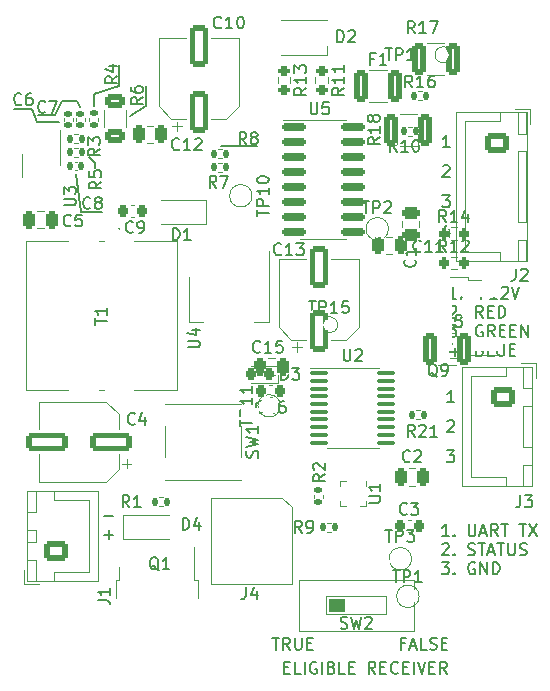
<source format=gto>
%TF.GenerationSoftware,KiCad,Pcbnew,(6.0.1-0)*%
%TF.CreationDate,2022-10-07T23:17:41-05:00*%
%TF.ProjectId,tackle_sensor_hardware,7461636b-6c65-45f7-9365-6e736f725f68,rev?*%
%TF.SameCoordinates,Original*%
%TF.FileFunction,Legend,Top*%
%TF.FilePolarity,Positive*%
%FSLAX46Y46*%
G04 Gerber Fmt 4.6, Leading zero omitted, Abs format (unit mm)*
G04 Created by KiCad (PCBNEW (6.0.1-0)) date 2022-10-07 23:17:41*
%MOMM*%
%LPD*%
G01*
G04 APERTURE LIST*
G04 Aperture macros list*
%AMRoundRect*
0 Rectangle with rounded corners*
0 $1 Rounding radius*
0 $2 $3 $4 $5 $6 $7 $8 $9 X,Y pos of 4 corners*
0 Add a 4 corners polygon primitive as box body*
4,1,4,$2,$3,$4,$5,$6,$7,$8,$9,$2,$3,0*
0 Add four circle primitives for the rounded corners*
1,1,$1+$1,$2,$3*
1,1,$1+$1,$4,$5*
1,1,$1+$1,$6,$7*
1,1,$1+$1,$8,$9*
0 Add four rect primitives between the rounded corners*
20,1,$1+$1,$2,$3,$4,$5,0*
20,1,$1+$1,$4,$5,$6,$7,0*
20,1,$1+$1,$6,$7,$8,$9,0*
20,1,$1+$1,$8,$9,$2,$3,0*%
G04 Aperture macros list end*
%ADD10C,0.155000*%
%ADD11C,0.150000*%
%ADD12C,0.120000*%
%ADD13RoundRect,0.200000X-0.200000X-0.275000X0.200000X-0.275000X0.200000X0.275000X-0.200000X0.275000X0*%
%ADD14RoundRect,0.250000X-0.725000X0.600000X-0.725000X-0.600000X0.725000X-0.600000X0.725000X0.600000X0*%
%ADD15O,1.950000X1.700000*%
%ADD16RoundRect,0.100000X-0.637500X-0.100000X0.637500X-0.100000X0.637500X0.100000X-0.637500X0.100000X0*%
%ADD17C,3.200000*%
%ADD18RoundRect,0.135000X-0.135000X-0.185000X0.135000X-0.185000X0.135000X0.185000X-0.135000X0.185000X0*%
%ADD19RoundRect,0.250000X0.750000X-0.600000X0.750000X0.600000X-0.750000X0.600000X-0.750000X-0.600000X0*%
%ADD20O,2.000000X1.700000*%
%ADD21C,1.500000*%
%ADD22RoundRect,0.135000X0.135000X0.185000X-0.135000X0.185000X-0.135000X-0.185000X0.135000X-0.185000X0*%
%ADD23R,0.700000X1.200000*%
%ADD24RoundRect,0.250000X-0.250000X-0.475000X0.250000X-0.475000X0.250000X0.475000X-0.250000X0.475000X0*%
%ADD25RoundRect,0.250000X-0.312500X-1.075000X0.312500X-1.075000X0.312500X1.075000X-0.312500X1.075000X0*%
%ADD26R,0.450000X1.450000*%
%ADD27RoundRect,0.140000X0.170000X-0.140000X0.170000X0.140000X-0.170000X0.140000X-0.170000X-0.140000X0*%
%ADD28RoundRect,0.225000X-0.225000X-0.250000X0.225000X-0.250000X0.225000X0.250000X-0.225000X0.250000X0*%
%ADD29R,2.200000X1.200000*%
%ADD30R,6.400000X5.800000*%
%ADD31RoundRect,0.200000X-0.275000X0.200000X-0.275000X-0.200000X0.275000X-0.200000X0.275000X0.200000X0*%
%ADD32RoundRect,0.135000X0.185000X-0.135000X0.185000X0.135000X-0.185000X0.135000X-0.185000X-0.135000X0*%
%ADD33RoundRect,0.250000X0.250000X0.475000X-0.250000X0.475000X-0.250000X-0.475000X0.250000X-0.475000X0*%
%ADD34R,1.550000X1.300000*%
%ADD35R,0.350000X0.375000*%
%ADD36R,0.375000X0.350000*%
%ADD37RoundRect,0.225000X0.225000X0.250000X-0.225000X0.250000X-0.225000X-0.250000X0.225000X-0.250000X0*%
%ADD38RoundRect,0.150000X-0.825000X-0.150000X0.825000X-0.150000X0.825000X0.150000X-0.825000X0.150000X0*%
%ADD39RoundRect,0.135000X-0.185000X0.135000X-0.185000X-0.135000X0.185000X-0.135000X0.185000X0.135000X0*%
%ADD40R,1.955800X2.362200*%
%ADD41R,1.200000X2.200000*%
%ADD42R,5.800000X6.400000*%
%ADD43RoundRect,0.140000X-0.140000X-0.170000X0.140000X-0.170000X0.140000X0.170000X-0.140000X0.170000X0*%
%ADD44RoundRect,0.218750X0.218750X0.256250X-0.218750X0.256250X-0.218750X-0.256250X0.218750X-0.256250X0*%
%ADD45RoundRect,0.250000X0.625000X-0.312500X0.625000X0.312500X-0.625000X0.312500X-0.625000X-0.312500X0*%
%ADD46R,0.760000X2.400000*%
%ADD47RoundRect,0.250000X0.550000X-1.500000X0.550000X1.500000X-0.550000X1.500000X-0.550000X-1.500000X0*%
%ADD48R,1.500000X2.000000*%
%ADD49R,3.800000X2.000000*%
%ADD50RoundRect,0.250000X1.500000X0.550000X-1.500000X0.550000X-1.500000X-0.550000X1.500000X-0.550000X0*%
%ADD51R,1.100000X1.100000*%
%ADD52R,0.900000X1.200000*%
%ADD53C,1.000000*%
%ADD54RoundRect,0.250000X0.475000X-0.250000X0.475000X0.250000X-0.475000X0.250000X-0.475000X-0.250000X0*%
%ADD55R,1.000000X0.800000*%
G04 APERTURE END LIST*
D10*
X129794000Y-76581000D02*
X127635000Y-77216000D01*
X127762000Y-83464400D02*
X127762000Y-83108800D01*
X126593600Y-87223600D02*
X126136400Y-84023200D01*
X132080000Y-76517500D02*
X132080000Y-78168500D01*
X124333000Y-78994000D02*
X124968000Y-77851000D01*
X139573000Y-81661000D02*
X138430000Y-81661000D01*
X122428000Y-78486000D02*
X122809000Y-79629000D01*
X129794000Y-74803000D02*
X129794000Y-76581000D01*
X128320800Y-87223600D02*
X126593600Y-87223600D01*
X124968000Y-77851000D02*
X126111000Y-77851000D01*
X126238000Y-77851000D02*
X126492000Y-78359000D01*
X122936000Y-78994000D02*
X124333000Y-78994000D01*
X132080000Y-78232000D02*
X130683000Y-79121000D01*
X127635000Y-77216000D02*
X127635000Y-78232000D01*
X127762000Y-83108800D02*
X127203200Y-82600800D01*
X141478000Y-81661000D02*
X139573000Y-81661000D01*
X126111000Y-77851000D02*
X126238000Y-77851000D01*
X120904000Y-78486000D02*
X122428000Y-78486000D01*
X124206000Y-79629000D02*
X124714000Y-79629000D01*
X122809000Y-79629000D02*
X124206000Y-79629000D01*
D11*
X153955952Y-123753571D02*
X153622619Y-123753571D01*
X153622619Y-124277380D02*
X153622619Y-123277380D01*
X154098809Y-123277380D01*
X154432142Y-123991666D02*
X154908333Y-123991666D01*
X154336904Y-124277380D02*
X154670238Y-123277380D01*
X155003571Y-124277380D01*
X155813095Y-124277380D02*
X155336904Y-124277380D01*
X155336904Y-123277380D01*
X156098809Y-124229761D02*
X156241666Y-124277380D01*
X156479761Y-124277380D01*
X156575000Y-124229761D01*
X156622619Y-124182142D01*
X156670238Y-124086904D01*
X156670238Y-123991666D01*
X156622619Y-123896428D01*
X156575000Y-123848809D01*
X156479761Y-123801190D01*
X156289285Y-123753571D01*
X156194047Y-123705952D01*
X156146428Y-123658333D01*
X156098809Y-123563095D01*
X156098809Y-123467857D01*
X156146428Y-123372619D01*
X156194047Y-123325000D01*
X156289285Y-123277380D01*
X156527380Y-123277380D01*
X156670238Y-123325000D01*
X157098809Y-123753571D02*
X157432142Y-123753571D01*
X157575000Y-124277380D02*
X157098809Y-124277380D01*
X157098809Y-123277380D01*
X157575000Y-123277380D01*
X157526666Y-107402380D02*
X158145714Y-107402380D01*
X157812380Y-107783333D01*
X157955238Y-107783333D01*
X158050476Y-107830952D01*
X158098095Y-107878571D01*
X158145714Y-107973809D01*
X158145714Y-108211904D01*
X158098095Y-108307142D01*
X158050476Y-108354761D01*
X157955238Y-108402380D01*
X157669523Y-108402380D01*
X157574285Y-108354761D01*
X157526666Y-108307142D01*
X157194285Y-83367619D02*
X157241904Y-83320000D01*
X157337142Y-83272380D01*
X157575238Y-83272380D01*
X157670476Y-83320000D01*
X157718095Y-83367619D01*
X157765714Y-83462857D01*
X157765714Y-83558095D01*
X157718095Y-83700952D01*
X157146666Y-84272380D01*
X157765714Y-84272380D01*
X142764095Y-123277380D02*
X143335523Y-123277380D01*
X143049809Y-124277380D02*
X143049809Y-123277380D01*
X144240285Y-124277380D02*
X143906952Y-123801190D01*
X143668857Y-124277380D02*
X143668857Y-123277380D01*
X144049809Y-123277380D01*
X144145047Y-123325000D01*
X144192666Y-123372619D01*
X144240285Y-123467857D01*
X144240285Y-123610714D01*
X144192666Y-123705952D01*
X144145047Y-123753571D01*
X144049809Y-123801190D01*
X143668857Y-123801190D01*
X144668857Y-123277380D02*
X144668857Y-124086904D01*
X144716476Y-124182142D01*
X144764095Y-124229761D01*
X144859333Y-124277380D01*
X145049809Y-124277380D01*
X145145047Y-124229761D01*
X145192666Y-124182142D01*
X145240285Y-124086904D01*
X145240285Y-123277380D01*
X145716476Y-123753571D02*
X146049809Y-123753571D01*
X146192666Y-124277380D02*
X145716476Y-124277380D01*
X145716476Y-123277380D01*
X146192666Y-123277380D01*
X157704404Y-114666380D02*
X157132976Y-114666380D01*
X157418690Y-114666380D02*
X157418690Y-113666380D01*
X157323452Y-113809238D01*
X157228214Y-113904476D01*
X157132976Y-113952095D01*
X158132976Y-114571142D02*
X158180595Y-114618761D01*
X158132976Y-114666380D01*
X158085357Y-114618761D01*
X158132976Y-114571142D01*
X158132976Y-114666380D01*
X159371071Y-113666380D02*
X159371071Y-114475904D01*
X159418690Y-114571142D01*
X159466309Y-114618761D01*
X159561547Y-114666380D01*
X159752023Y-114666380D01*
X159847261Y-114618761D01*
X159894880Y-114571142D01*
X159942500Y-114475904D01*
X159942500Y-113666380D01*
X160371071Y-114380666D02*
X160847261Y-114380666D01*
X160275833Y-114666380D02*
X160609166Y-113666380D01*
X160942500Y-114666380D01*
X161847261Y-114666380D02*
X161513928Y-114190190D01*
X161275833Y-114666380D02*
X161275833Y-113666380D01*
X161656785Y-113666380D01*
X161752023Y-113714000D01*
X161799642Y-113761619D01*
X161847261Y-113856857D01*
X161847261Y-113999714D01*
X161799642Y-114094952D01*
X161752023Y-114142571D01*
X161656785Y-114190190D01*
X161275833Y-114190190D01*
X162132976Y-113666380D02*
X162704404Y-113666380D01*
X162418690Y-114666380D02*
X162418690Y-113666380D01*
X163656785Y-113666380D02*
X164228214Y-113666380D01*
X163942500Y-114666380D02*
X163942500Y-113666380D01*
X164466309Y-113666380D02*
X165132976Y-114666380D01*
X165132976Y-113666380D02*
X164466309Y-114666380D01*
X157132976Y-115371619D02*
X157180595Y-115324000D01*
X157275833Y-115276380D01*
X157513928Y-115276380D01*
X157609166Y-115324000D01*
X157656785Y-115371619D01*
X157704404Y-115466857D01*
X157704404Y-115562095D01*
X157656785Y-115704952D01*
X157085357Y-116276380D01*
X157704404Y-116276380D01*
X158132976Y-116181142D02*
X158180595Y-116228761D01*
X158132976Y-116276380D01*
X158085357Y-116228761D01*
X158132976Y-116181142D01*
X158132976Y-116276380D01*
X159323452Y-116228761D02*
X159466309Y-116276380D01*
X159704404Y-116276380D01*
X159799642Y-116228761D01*
X159847261Y-116181142D01*
X159894880Y-116085904D01*
X159894880Y-115990666D01*
X159847261Y-115895428D01*
X159799642Y-115847809D01*
X159704404Y-115800190D01*
X159513928Y-115752571D01*
X159418690Y-115704952D01*
X159371071Y-115657333D01*
X159323452Y-115562095D01*
X159323452Y-115466857D01*
X159371071Y-115371619D01*
X159418690Y-115324000D01*
X159513928Y-115276380D01*
X159752023Y-115276380D01*
X159894880Y-115324000D01*
X160180595Y-115276380D02*
X160752023Y-115276380D01*
X160466309Y-116276380D02*
X160466309Y-115276380D01*
X161037738Y-115990666D02*
X161513928Y-115990666D01*
X160942500Y-116276380D02*
X161275833Y-115276380D01*
X161609166Y-116276380D01*
X161799642Y-115276380D02*
X162371071Y-115276380D01*
X162085357Y-116276380D02*
X162085357Y-115276380D01*
X162704404Y-115276380D02*
X162704404Y-116085904D01*
X162752023Y-116181142D01*
X162799642Y-116228761D01*
X162894880Y-116276380D01*
X163085357Y-116276380D01*
X163180595Y-116228761D01*
X163228214Y-116181142D01*
X163275833Y-116085904D01*
X163275833Y-115276380D01*
X163704404Y-116228761D02*
X163847261Y-116276380D01*
X164085357Y-116276380D01*
X164180595Y-116228761D01*
X164228214Y-116181142D01*
X164275833Y-116085904D01*
X164275833Y-115990666D01*
X164228214Y-115895428D01*
X164180595Y-115847809D01*
X164085357Y-115800190D01*
X163894880Y-115752571D01*
X163799642Y-115704952D01*
X163752023Y-115657333D01*
X163704404Y-115562095D01*
X163704404Y-115466857D01*
X163752023Y-115371619D01*
X163799642Y-115324000D01*
X163894880Y-115276380D01*
X164132976Y-115276380D01*
X164275833Y-115324000D01*
X157085357Y-116886380D02*
X157704404Y-116886380D01*
X157371071Y-117267333D01*
X157513928Y-117267333D01*
X157609166Y-117314952D01*
X157656785Y-117362571D01*
X157704404Y-117457809D01*
X157704404Y-117695904D01*
X157656785Y-117791142D01*
X157609166Y-117838761D01*
X157513928Y-117886380D01*
X157228214Y-117886380D01*
X157132976Y-117838761D01*
X157085357Y-117791142D01*
X158132976Y-117791142D02*
X158180595Y-117838761D01*
X158132976Y-117886380D01*
X158085357Y-117838761D01*
X158132976Y-117791142D01*
X158132976Y-117886380D01*
X159894880Y-116934000D02*
X159799642Y-116886380D01*
X159656785Y-116886380D01*
X159513928Y-116934000D01*
X159418690Y-117029238D01*
X159371071Y-117124476D01*
X159323452Y-117314952D01*
X159323452Y-117457809D01*
X159371071Y-117648285D01*
X159418690Y-117743523D01*
X159513928Y-117838761D01*
X159656785Y-117886380D01*
X159752023Y-117886380D01*
X159894880Y-117838761D01*
X159942500Y-117791142D01*
X159942500Y-117457809D01*
X159752023Y-117457809D01*
X160371071Y-117886380D02*
X160371071Y-116886380D01*
X160942500Y-117886380D01*
X160942500Y-116886380D01*
X161418690Y-117886380D02*
X161418690Y-116886380D01*
X161656785Y-116886380D01*
X161799642Y-116934000D01*
X161894880Y-117029238D01*
X161942500Y-117124476D01*
X161990119Y-117314952D01*
X161990119Y-117457809D01*
X161942500Y-117648285D01*
X161894880Y-117743523D01*
X161799642Y-117838761D01*
X161656785Y-117886380D01*
X161418690Y-117886380D01*
X143764857Y-125785571D02*
X144098190Y-125785571D01*
X144241047Y-126309380D02*
X143764857Y-126309380D01*
X143764857Y-125309380D01*
X144241047Y-125309380D01*
X145145809Y-126309380D02*
X144669619Y-126309380D01*
X144669619Y-125309380D01*
X145479142Y-126309380D02*
X145479142Y-125309380D01*
X146479142Y-125357000D02*
X146383904Y-125309380D01*
X146241047Y-125309380D01*
X146098190Y-125357000D01*
X146002952Y-125452238D01*
X145955333Y-125547476D01*
X145907714Y-125737952D01*
X145907714Y-125880809D01*
X145955333Y-126071285D01*
X146002952Y-126166523D01*
X146098190Y-126261761D01*
X146241047Y-126309380D01*
X146336285Y-126309380D01*
X146479142Y-126261761D01*
X146526761Y-126214142D01*
X146526761Y-125880809D01*
X146336285Y-125880809D01*
X146955333Y-126309380D02*
X146955333Y-125309380D01*
X147764857Y-125785571D02*
X147907714Y-125833190D01*
X147955333Y-125880809D01*
X148002952Y-125976047D01*
X148002952Y-126118904D01*
X147955333Y-126214142D01*
X147907714Y-126261761D01*
X147812476Y-126309380D01*
X147431523Y-126309380D01*
X147431523Y-125309380D01*
X147764857Y-125309380D01*
X147860095Y-125357000D01*
X147907714Y-125404619D01*
X147955333Y-125499857D01*
X147955333Y-125595095D01*
X147907714Y-125690333D01*
X147860095Y-125737952D01*
X147764857Y-125785571D01*
X147431523Y-125785571D01*
X148907714Y-126309380D02*
X148431523Y-126309380D01*
X148431523Y-125309380D01*
X149241047Y-125785571D02*
X149574380Y-125785571D01*
X149717238Y-126309380D02*
X149241047Y-126309380D01*
X149241047Y-125309380D01*
X149717238Y-125309380D01*
X151479142Y-126309380D02*
X151145809Y-125833190D01*
X150907714Y-126309380D02*
X150907714Y-125309380D01*
X151288666Y-125309380D01*
X151383904Y-125357000D01*
X151431523Y-125404619D01*
X151479142Y-125499857D01*
X151479142Y-125642714D01*
X151431523Y-125737952D01*
X151383904Y-125785571D01*
X151288666Y-125833190D01*
X150907714Y-125833190D01*
X151907714Y-125785571D02*
X152241047Y-125785571D01*
X152383904Y-126309380D02*
X151907714Y-126309380D01*
X151907714Y-125309380D01*
X152383904Y-125309380D01*
X153383904Y-126214142D02*
X153336285Y-126261761D01*
X153193428Y-126309380D01*
X153098190Y-126309380D01*
X152955333Y-126261761D01*
X152860095Y-126166523D01*
X152812476Y-126071285D01*
X152764857Y-125880809D01*
X152764857Y-125737952D01*
X152812476Y-125547476D01*
X152860095Y-125452238D01*
X152955333Y-125357000D01*
X153098190Y-125309380D01*
X153193428Y-125309380D01*
X153336285Y-125357000D01*
X153383904Y-125404619D01*
X153812476Y-125785571D02*
X154145809Y-125785571D01*
X154288666Y-126309380D02*
X153812476Y-126309380D01*
X153812476Y-125309380D01*
X154288666Y-125309380D01*
X154717238Y-126309380D02*
X154717238Y-125309380D01*
X155050571Y-125309380D02*
X155383904Y-126309380D01*
X155717238Y-125309380D01*
X156050571Y-125785571D02*
X156383904Y-125785571D01*
X156526761Y-126309380D02*
X156050571Y-126309380D01*
X156050571Y-125309380D01*
X156526761Y-125309380D01*
X157526761Y-126309380D02*
X157193428Y-125833190D01*
X156955333Y-126309380D02*
X156955333Y-125309380D01*
X157336285Y-125309380D01*
X157431523Y-125357000D01*
X157479142Y-125404619D01*
X157526761Y-125499857D01*
X157526761Y-125642714D01*
X157479142Y-125737952D01*
X157431523Y-125785571D01*
X157336285Y-125833190D01*
X156955333Y-125833190D01*
X157146666Y-85812380D02*
X157765714Y-85812380D01*
X157432380Y-86193333D01*
X157575238Y-86193333D01*
X157670476Y-86240952D01*
X157718095Y-86288571D01*
X157765714Y-86383809D01*
X157765714Y-86621904D01*
X157718095Y-86717142D01*
X157670476Y-86764761D01*
X157575238Y-86812380D01*
X157289523Y-86812380D01*
X157194285Y-86764761D01*
X157146666Y-86717142D01*
X157670476Y-88685714D02*
X157670476Y-89352380D01*
X157432380Y-88304761D02*
X157194285Y-89019047D01*
X157813333Y-89019047D01*
X157765714Y-81732380D02*
X157194285Y-81732380D01*
X157480000Y-81732380D02*
X157480000Y-80732380D01*
X157384761Y-80875238D01*
X157289523Y-80970476D01*
X157194285Y-81018095D01*
X128524047Y-112931428D02*
X129285952Y-112931428D01*
X128524047Y-114541428D02*
X129285952Y-114541428D01*
X128905000Y-114922380D02*
X128905000Y-114160476D01*
X158339404Y-94557380D02*
X157767976Y-94557380D01*
X158053690Y-94557380D02*
X158053690Y-93557380D01*
X157958452Y-93700238D01*
X157863214Y-93795476D01*
X157767976Y-93843095D01*
X158767976Y-94462142D02*
X158815595Y-94509761D01*
X158767976Y-94557380D01*
X158720357Y-94509761D01*
X158767976Y-94462142D01*
X158767976Y-94557380D01*
X160006071Y-94176428D02*
X160767976Y-94176428D01*
X160387023Y-94557380D02*
X160387023Y-93795476D01*
X161767976Y-94557380D02*
X161196547Y-94557380D01*
X161482261Y-94557380D02*
X161482261Y-93557380D01*
X161387023Y-93700238D01*
X161291785Y-93795476D01*
X161196547Y-93843095D01*
X162148928Y-93652619D02*
X162196547Y-93605000D01*
X162291785Y-93557380D01*
X162529880Y-93557380D01*
X162625119Y-93605000D01*
X162672738Y-93652619D01*
X162720357Y-93747857D01*
X162720357Y-93843095D01*
X162672738Y-93985952D01*
X162101309Y-94557380D01*
X162720357Y-94557380D01*
X163006071Y-93557380D02*
X163339404Y-94557380D01*
X163672738Y-93557380D01*
X157767976Y-95262619D02*
X157815595Y-95215000D01*
X157910833Y-95167380D01*
X158148928Y-95167380D01*
X158244166Y-95215000D01*
X158291785Y-95262619D01*
X158339404Y-95357857D01*
X158339404Y-95453095D01*
X158291785Y-95595952D01*
X157720357Y-96167380D01*
X158339404Y-96167380D01*
X158767976Y-96072142D02*
X158815595Y-96119761D01*
X158767976Y-96167380D01*
X158720357Y-96119761D01*
X158767976Y-96072142D01*
X158767976Y-96167380D01*
X160577500Y-96167380D02*
X160244166Y-95691190D01*
X160006071Y-96167380D02*
X160006071Y-95167380D01*
X160387023Y-95167380D01*
X160482261Y-95215000D01*
X160529880Y-95262619D01*
X160577500Y-95357857D01*
X160577500Y-95500714D01*
X160529880Y-95595952D01*
X160482261Y-95643571D01*
X160387023Y-95691190D01*
X160006071Y-95691190D01*
X161006071Y-95643571D02*
X161339404Y-95643571D01*
X161482261Y-96167380D02*
X161006071Y-96167380D01*
X161006071Y-95167380D01*
X161482261Y-95167380D01*
X161910833Y-96167380D02*
X161910833Y-95167380D01*
X162148928Y-95167380D01*
X162291785Y-95215000D01*
X162387023Y-95310238D01*
X162434642Y-95405476D01*
X162482261Y-95595952D01*
X162482261Y-95738809D01*
X162434642Y-95929285D01*
X162387023Y-96024523D01*
X162291785Y-96119761D01*
X162148928Y-96167380D01*
X161910833Y-96167380D01*
X157720357Y-96777380D02*
X158339404Y-96777380D01*
X158006071Y-97158333D01*
X158148928Y-97158333D01*
X158244166Y-97205952D01*
X158291785Y-97253571D01*
X158339404Y-97348809D01*
X158339404Y-97586904D01*
X158291785Y-97682142D01*
X158244166Y-97729761D01*
X158148928Y-97777380D01*
X157863214Y-97777380D01*
X157767976Y-97729761D01*
X157720357Y-97682142D01*
X158767976Y-97682142D02*
X158815595Y-97729761D01*
X158767976Y-97777380D01*
X158720357Y-97729761D01*
X158767976Y-97682142D01*
X158767976Y-97777380D01*
X160529880Y-96825000D02*
X160434642Y-96777380D01*
X160291785Y-96777380D01*
X160148928Y-96825000D01*
X160053690Y-96920238D01*
X160006071Y-97015476D01*
X159958452Y-97205952D01*
X159958452Y-97348809D01*
X160006071Y-97539285D01*
X160053690Y-97634523D01*
X160148928Y-97729761D01*
X160291785Y-97777380D01*
X160387023Y-97777380D01*
X160529880Y-97729761D01*
X160577500Y-97682142D01*
X160577500Y-97348809D01*
X160387023Y-97348809D01*
X161577500Y-97777380D02*
X161244166Y-97301190D01*
X161006071Y-97777380D02*
X161006071Y-96777380D01*
X161387023Y-96777380D01*
X161482261Y-96825000D01*
X161529880Y-96872619D01*
X161577500Y-96967857D01*
X161577500Y-97110714D01*
X161529880Y-97205952D01*
X161482261Y-97253571D01*
X161387023Y-97301190D01*
X161006071Y-97301190D01*
X162006071Y-97253571D02*
X162339404Y-97253571D01*
X162482261Y-97777380D02*
X162006071Y-97777380D01*
X162006071Y-96777380D01*
X162482261Y-96777380D01*
X162910833Y-97253571D02*
X163244166Y-97253571D01*
X163387023Y-97777380D02*
X162910833Y-97777380D01*
X162910833Y-96777380D01*
X163387023Y-96777380D01*
X163815595Y-97777380D02*
X163815595Y-96777380D01*
X164387023Y-97777380D01*
X164387023Y-96777380D01*
X158244166Y-98720714D02*
X158244166Y-99387380D01*
X158006071Y-98339761D02*
X157767976Y-99054047D01*
X158387023Y-99054047D01*
X158767976Y-99292142D02*
X158815595Y-99339761D01*
X158767976Y-99387380D01*
X158720357Y-99339761D01*
X158767976Y-99292142D01*
X158767976Y-99387380D01*
X160339404Y-98863571D02*
X160482261Y-98911190D01*
X160529880Y-98958809D01*
X160577500Y-99054047D01*
X160577500Y-99196904D01*
X160529880Y-99292142D01*
X160482261Y-99339761D01*
X160387023Y-99387380D01*
X160006071Y-99387380D01*
X160006071Y-98387380D01*
X160339404Y-98387380D01*
X160434642Y-98435000D01*
X160482261Y-98482619D01*
X160529880Y-98577857D01*
X160529880Y-98673095D01*
X160482261Y-98768333D01*
X160434642Y-98815952D01*
X160339404Y-98863571D01*
X160006071Y-98863571D01*
X161482261Y-99387380D02*
X161006071Y-99387380D01*
X161006071Y-98387380D01*
X161815595Y-98387380D02*
X161815595Y-99196904D01*
X161863214Y-99292142D01*
X161910833Y-99339761D01*
X162006071Y-99387380D01*
X162196547Y-99387380D01*
X162291785Y-99339761D01*
X162339404Y-99292142D01*
X162387023Y-99196904D01*
X162387023Y-98387380D01*
X162863214Y-98863571D02*
X163196547Y-98863571D01*
X163339404Y-99387380D02*
X162863214Y-99387380D01*
X162863214Y-98387380D01*
X163339404Y-98387380D01*
X157574285Y-104957619D02*
X157621904Y-104910000D01*
X157717142Y-104862380D01*
X157955238Y-104862380D01*
X158050476Y-104910000D01*
X158098095Y-104957619D01*
X158145714Y-105052857D01*
X158145714Y-105148095D01*
X158098095Y-105290952D01*
X157526666Y-105862380D01*
X158145714Y-105862380D01*
X158145714Y-103322380D02*
X157574285Y-103322380D01*
X157860000Y-103322380D02*
X157860000Y-102322380D01*
X157764761Y-102465238D01*
X157669523Y-102560476D01*
X157574285Y-102608095D01*
%TO.C,R14*%
X157472142Y-88079380D02*
X157138809Y-87603190D01*
X156900714Y-88079380D02*
X156900714Y-87079380D01*
X157281666Y-87079380D01*
X157376904Y-87127000D01*
X157424523Y-87174619D01*
X157472142Y-87269857D01*
X157472142Y-87412714D01*
X157424523Y-87507952D01*
X157376904Y-87555571D01*
X157281666Y-87603190D01*
X156900714Y-87603190D01*
X158424523Y-88079380D02*
X157853095Y-88079380D01*
X158138809Y-88079380D02*
X158138809Y-87079380D01*
X158043571Y-87222238D01*
X157948333Y-87317476D01*
X157853095Y-87365095D01*
X159281666Y-87412714D02*
X159281666Y-88079380D01*
X159043571Y-87031761D02*
X158805476Y-87746047D01*
X159424523Y-87746047D01*
%TO.C,J3*%
X163750666Y-111212380D02*
X163750666Y-111926666D01*
X163703047Y-112069523D01*
X163607809Y-112164761D01*
X163464952Y-112212380D01*
X163369714Y-112212380D01*
X164131619Y-111212380D02*
X164750666Y-111212380D01*
X164417333Y-111593333D01*
X164560190Y-111593333D01*
X164655428Y-111640952D01*
X164703047Y-111688571D01*
X164750666Y-111783809D01*
X164750666Y-112021904D01*
X164703047Y-112117142D01*
X164655428Y-112164761D01*
X164560190Y-112212380D01*
X164274476Y-112212380D01*
X164179238Y-112164761D01*
X164131619Y-112117142D01*
%TO.C,U2*%
X148785595Y-98822380D02*
X148785595Y-99631904D01*
X148833214Y-99727142D01*
X148880833Y-99774761D01*
X148976071Y-99822380D01*
X149166547Y-99822380D01*
X149261785Y-99774761D01*
X149309404Y-99727142D01*
X149357023Y-99631904D01*
X149357023Y-98822380D01*
X149785595Y-98917619D02*
X149833214Y-98870000D01*
X149928452Y-98822380D01*
X150166547Y-98822380D01*
X150261785Y-98870000D01*
X150309404Y-98917619D01*
X150357023Y-99012857D01*
X150357023Y-99108095D01*
X150309404Y-99250952D01*
X149737976Y-99822380D01*
X150357023Y-99822380D01*
%TO.C,R16*%
X154598142Y-76677380D02*
X154264809Y-76201190D01*
X154026714Y-76677380D02*
X154026714Y-75677380D01*
X154407666Y-75677380D01*
X154502904Y-75725000D01*
X154550523Y-75772619D01*
X154598142Y-75867857D01*
X154598142Y-76010714D01*
X154550523Y-76105952D01*
X154502904Y-76153571D01*
X154407666Y-76201190D01*
X154026714Y-76201190D01*
X155550523Y-76677380D02*
X154979095Y-76677380D01*
X155264809Y-76677380D02*
X155264809Y-75677380D01*
X155169571Y-75820238D01*
X155074333Y-75915476D01*
X154979095Y-75963095D01*
X156407666Y-75677380D02*
X156217190Y-75677380D01*
X156121952Y-75725000D01*
X156074333Y-75772619D01*
X155979095Y-75915476D01*
X155931476Y-76105952D01*
X155931476Y-76486904D01*
X155979095Y-76582142D01*
X156026714Y-76629761D01*
X156121952Y-76677380D01*
X156312428Y-76677380D01*
X156407666Y-76629761D01*
X156455285Y-76582142D01*
X156502904Y-76486904D01*
X156502904Y-76248809D01*
X156455285Y-76153571D01*
X156407666Y-76105952D01*
X156312428Y-76058333D01*
X156121952Y-76058333D01*
X156026714Y-76105952D01*
X155979095Y-76153571D01*
X155931476Y-76248809D01*
%TO.C,J1*%
X127976380Y-120074333D02*
X128690666Y-120074333D01*
X128833523Y-120121952D01*
X128928761Y-120217190D01*
X128976380Y-120360047D01*
X128976380Y-120455285D01*
X128976380Y-119074333D02*
X128976380Y-119645761D01*
X128976380Y-119360047D02*
X127976380Y-119360047D01*
X128119238Y-119455285D01*
X128214476Y-119550523D01*
X128262095Y-119645761D01*
%TO.C,TP1*%
X152964095Y-117567380D02*
X153535523Y-117567380D01*
X153249809Y-118567380D02*
X153249809Y-117567380D01*
X153868857Y-118567380D02*
X153868857Y-117567380D01*
X154249809Y-117567380D01*
X154345047Y-117615000D01*
X154392666Y-117662619D01*
X154440285Y-117757857D01*
X154440285Y-117900714D01*
X154392666Y-117995952D01*
X154345047Y-118043571D01*
X154249809Y-118091190D01*
X153868857Y-118091190D01*
X155392666Y-118567380D02*
X154821238Y-118567380D01*
X155106952Y-118567380D02*
X155106952Y-117567380D01*
X155011714Y-117710238D01*
X154916476Y-117805476D01*
X154821238Y-117853095D01*
%TO.C,R7*%
X138009333Y-85161380D02*
X137676000Y-84685190D01*
X137437904Y-85161380D02*
X137437904Y-84161380D01*
X137818857Y-84161380D01*
X137914095Y-84209000D01*
X137961714Y-84256619D01*
X138009333Y-84351857D01*
X138009333Y-84494714D01*
X137961714Y-84589952D01*
X137914095Y-84637571D01*
X137818857Y-84685190D01*
X137437904Y-84685190D01*
X138342666Y-84161380D02*
X139009333Y-84161380D01*
X138580761Y-85161380D01*
%TO.C,R1*%
X130643333Y-112212380D02*
X130310000Y-111736190D01*
X130071904Y-112212380D02*
X130071904Y-111212380D01*
X130452857Y-111212380D01*
X130548095Y-111260000D01*
X130595714Y-111307619D01*
X130643333Y-111402857D01*
X130643333Y-111545714D01*
X130595714Y-111640952D01*
X130548095Y-111688571D01*
X130452857Y-111736190D01*
X130071904Y-111736190D01*
X131595714Y-112212380D02*
X131024285Y-112212380D01*
X131310000Y-112212380D02*
X131310000Y-111212380D01*
X131214761Y-111355238D01*
X131119523Y-111450476D01*
X131024285Y-111498095D01*
%TO.C,SW2*%
X148526666Y-122451761D02*
X148669523Y-122499380D01*
X148907619Y-122499380D01*
X149002857Y-122451761D01*
X149050476Y-122404142D01*
X149098095Y-122308904D01*
X149098095Y-122213666D01*
X149050476Y-122118428D01*
X149002857Y-122070809D01*
X148907619Y-122023190D01*
X148717142Y-121975571D01*
X148621904Y-121927952D01*
X148574285Y-121880333D01*
X148526666Y-121785095D01*
X148526666Y-121689857D01*
X148574285Y-121594619D01*
X148621904Y-121547000D01*
X148717142Y-121499380D01*
X148955238Y-121499380D01*
X149098095Y-121547000D01*
X149431428Y-121499380D02*
X149669523Y-122499380D01*
X149860000Y-121785095D01*
X150050476Y-122499380D01*
X150288571Y-121499380D01*
X150621904Y-121594619D02*
X150669523Y-121547000D01*
X150764761Y-121499380D01*
X151002857Y-121499380D01*
X151098095Y-121547000D01*
X151145714Y-121594619D01*
X151193333Y-121689857D01*
X151193333Y-121785095D01*
X151145714Y-121927952D01*
X150574285Y-122499380D01*
X151193333Y-122499380D01*
%TO.C,C11*%
X155313142Y-90527142D02*
X155265523Y-90574761D01*
X155122666Y-90622380D01*
X155027428Y-90622380D01*
X154884571Y-90574761D01*
X154789333Y-90479523D01*
X154741714Y-90384285D01*
X154694095Y-90193809D01*
X154694095Y-90050952D01*
X154741714Y-89860476D01*
X154789333Y-89765238D01*
X154884571Y-89670000D01*
X155027428Y-89622380D01*
X155122666Y-89622380D01*
X155265523Y-89670000D01*
X155313142Y-89717619D01*
X156265523Y-90622380D02*
X155694095Y-90622380D01*
X155979809Y-90622380D02*
X155979809Y-89622380D01*
X155884571Y-89765238D01*
X155789333Y-89860476D01*
X155694095Y-89908095D01*
X157217904Y-90622380D02*
X156646476Y-90622380D01*
X156932190Y-90622380D02*
X156932190Y-89622380D01*
X156836952Y-89765238D01*
X156741714Y-89860476D01*
X156646476Y-89908095D01*
%TO.C,R17*%
X154805142Y-72080380D02*
X154471809Y-71604190D01*
X154233714Y-72080380D02*
X154233714Y-71080380D01*
X154614666Y-71080380D01*
X154709904Y-71128000D01*
X154757523Y-71175619D01*
X154805142Y-71270857D01*
X154805142Y-71413714D01*
X154757523Y-71508952D01*
X154709904Y-71556571D01*
X154614666Y-71604190D01*
X154233714Y-71604190D01*
X155757523Y-72080380D02*
X155186095Y-72080380D01*
X155471809Y-72080380D02*
X155471809Y-71080380D01*
X155376571Y-71223238D01*
X155281333Y-71318476D01*
X155186095Y-71366095D01*
X156090857Y-71080380D02*
X156757523Y-71080380D01*
X156328952Y-72080380D01*
%TO.C,U3*%
X125131580Y-86664704D02*
X125941104Y-86664704D01*
X126036342Y-86617085D01*
X126083961Y-86569466D01*
X126131580Y-86474228D01*
X126131580Y-86283752D01*
X126083961Y-86188514D01*
X126036342Y-86140895D01*
X125941104Y-86093276D01*
X125131580Y-86093276D01*
X125131580Y-85712323D02*
X125131580Y-85093276D01*
X125512533Y-85426609D01*
X125512533Y-85283752D01*
X125560152Y-85188514D01*
X125607771Y-85140895D01*
X125703009Y-85093276D01*
X125941104Y-85093276D01*
X126036342Y-85140895D01*
X126083961Y-85188514D01*
X126131580Y-85283752D01*
X126131580Y-85569466D01*
X126083961Y-85664704D01*
X126036342Y-85712323D01*
%TO.C,C7*%
X123531333Y-78716142D02*
X123483714Y-78763761D01*
X123340857Y-78811380D01*
X123245619Y-78811380D01*
X123102761Y-78763761D01*
X123007523Y-78668523D01*
X122959904Y-78573285D01*
X122912285Y-78382809D01*
X122912285Y-78239952D01*
X122959904Y-78049476D01*
X123007523Y-77954238D01*
X123102761Y-77859000D01*
X123245619Y-77811380D01*
X123340857Y-77811380D01*
X123483714Y-77859000D01*
X123531333Y-77906619D01*
X123864666Y-77811380D02*
X124531333Y-77811380D01*
X124102761Y-78811380D01*
%TO.C,J2*%
X163369666Y-92035380D02*
X163369666Y-92749666D01*
X163322047Y-92892523D01*
X163226809Y-92987761D01*
X163083952Y-93035380D01*
X162988714Y-93035380D01*
X163798238Y-92130619D02*
X163845857Y-92083000D01*
X163941095Y-92035380D01*
X164179190Y-92035380D01*
X164274428Y-92083000D01*
X164322047Y-92130619D01*
X164369666Y-92225857D01*
X164369666Y-92321095D01*
X164322047Y-92463952D01*
X163750619Y-93035380D01*
X164369666Y-93035380D01*
%TO.C,R12*%
X157472142Y-90589380D02*
X157138809Y-90113190D01*
X156900714Y-90589380D02*
X156900714Y-89589380D01*
X157281666Y-89589380D01*
X157376904Y-89637000D01*
X157424523Y-89684619D01*
X157472142Y-89779857D01*
X157472142Y-89922714D01*
X157424523Y-90017952D01*
X157376904Y-90065571D01*
X157281666Y-90113190D01*
X156900714Y-90113190D01*
X158424523Y-90589380D02*
X157853095Y-90589380D01*
X158138809Y-90589380D02*
X158138809Y-89589380D01*
X158043571Y-89732238D01*
X157948333Y-89827476D01*
X157853095Y-89875095D01*
X158805476Y-89684619D02*
X158853095Y-89637000D01*
X158948333Y-89589380D01*
X159186428Y-89589380D01*
X159281666Y-89637000D01*
X159329285Y-89684619D01*
X159376904Y-89779857D01*
X159376904Y-89875095D01*
X159329285Y-90017952D01*
X158757857Y-90589380D01*
X159376904Y-90589380D01*
%TO.C,C3*%
X154138333Y-112752142D02*
X154090714Y-112799761D01*
X153947857Y-112847380D01*
X153852619Y-112847380D01*
X153709761Y-112799761D01*
X153614523Y-112704523D01*
X153566904Y-112609285D01*
X153519285Y-112418809D01*
X153519285Y-112275952D01*
X153566904Y-112085476D01*
X153614523Y-111990238D01*
X153709761Y-111895000D01*
X153852619Y-111847380D01*
X153947857Y-111847380D01*
X154090714Y-111895000D01*
X154138333Y-111942619D01*
X154471666Y-111847380D02*
X155090714Y-111847380D01*
X154757380Y-112228333D01*
X154900238Y-112228333D01*
X154995476Y-112275952D01*
X155043095Y-112323571D01*
X155090714Y-112418809D01*
X155090714Y-112656904D01*
X155043095Y-112752142D01*
X154995476Y-112799761D01*
X154900238Y-112847380D01*
X154614523Y-112847380D01*
X154519285Y-112799761D01*
X154471666Y-112752142D01*
%TO.C,C2*%
X154399833Y-108307142D02*
X154352214Y-108354761D01*
X154209357Y-108402380D01*
X154114119Y-108402380D01*
X153971261Y-108354761D01*
X153876023Y-108259523D01*
X153828404Y-108164285D01*
X153780785Y-107973809D01*
X153780785Y-107830952D01*
X153828404Y-107640476D01*
X153876023Y-107545238D01*
X153971261Y-107450000D01*
X154114119Y-107402380D01*
X154209357Y-107402380D01*
X154352214Y-107450000D01*
X154399833Y-107497619D01*
X154780785Y-107497619D02*
X154828404Y-107450000D01*
X154923642Y-107402380D01*
X155161738Y-107402380D01*
X155256976Y-107450000D01*
X155304595Y-107497619D01*
X155352214Y-107592857D01*
X155352214Y-107688095D01*
X155304595Y-107830952D01*
X154733166Y-108402380D01*
X155352214Y-108402380D01*
%TO.C,R3*%
X128163580Y-81853066D02*
X127687390Y-82186400D01*
X128163580Y-82424495D02*
X127163580Y-82424495D01*
X127163580Y-82043542D01*
X127211200Y-81948304D01*
X127258819Y-81900685D01*
X127354057Y-81853066D01*
X127496914Y-81853066D01*
X127592152Y-81900685D01*
X127639771Y-81948304D01*
X127687390Y-82043542D01*
X127687390Y-82424495D01*
X127163580Y-81519733D02*
X127163580Y-80900685D01*
X127544533Y-81234019D01*
X127544533Y-81091161D01*
X127592152Y-80995923D01*
X127639771Y-80948304D01*
X127735009Y-80900685D01*
X127973104Y-80900685D01*
X128068342Y-80948304D01*
X128115961Y-80995923D01*
X128163580Y-81091161D01*
X128163580Y-81376876D01*
X128115961Y-81472114D01*
X128068342Y-81519733D01*
%TO.C,Q9*%
X156714761Y-101187619D02*
X156619523Y-101140000D01*
X156524285Y-101044761D01*
X156381428Y-100901904D01*
X156286190Y-100854285D01*
X156190952Y-100854285D01*
X156238571Y-101092380D02*
X156143333Y-101044761D01*
X156048095Y-100949523D01*
X156000476Y-100759047D01*
X156000476Y-100425714D01*
X156048095Y-100235238D01*
X156143333Y-100140000D01*
X156238571Y-100092380D01*
X156429047Y-100092380D01*
X156524285Y-100140000D01*
X156619523Y-100235238D01*
X156667142Y-100425714D01*
X156667142Y-100759047D01*
X156619523Y-100949523D01*
X156524285Y-101044761D01*
X156429047Y-101092380D01*
X156238571Y-101092380D01*
X157143333Y-101092380D02*
X157333809Y-101092380D01*
X157429047Y-101044761D01*
X157476666Y-100997142D01*
X157571904Y-100854285D01*
X157619523Y-100663809D01*
X157619523Y-100282857D01*
X157571904Y-100187619D01*
X157524285Y-100140000D01*
X157429047Y-100092380D01*
X157238571Y-100092380D01*
X157143333Y-100140000D01*
X157095714Y-100187619D01*
X157048095Y-100282857D01*
X157048095Y-100520952D01*
X157095714Y-100616190D01*
X157143333Y-100663809D01*
X157238571Y-100711428D01*
X157429047Y-100711428D01*
X157524285Y-100663809D01*
X157571904Y-100616190D01*
X157619523Y-100520952D01*
%TO.C,R11*%
X148801380Y-76713857D02*
X148325190Y-77047190D01*
X148801380Y-77285285D02*
X147801380Y-77285285D01*
X147801380Y-76904333D01*
X147849000Y-76809095D01*
X147896619Y-76761476D01*
X147991857Y-76713857D01*
X148134714Y-76713857D01*
X148229952Y-76761476D01*
X148277571Y-76809095D01*
X148325190Y-76904333D01*
X148325190Y-77285285D01*
X148801380Y-75761476D02*
X148801380Y-76332904D01*
X148801380Y-76047190D02*
X147801380Y-76047190D01*
X147944238Y-76142428D01*
X148039476Y-76237666D01*
X148087095Y-76332904D01*
X148801380Y-74809095D02*
X148801380Y-75380523D01*
X148801380Y-75094809D02*
X147801380Y-75094809D01*
X147944238Y-75190047D01*
X148039476Y-75285285D01*
X148087095Y-75380523D01*
%TO.C,R4*%
X129611380Y-75731666D02*
X129135190Y-76065000D01*
X129611380Y-76303095D02*
X128611380Y-76303095D01*
X128611380Y-75922142D01*
X128659000Y-75826904D01*
X128706619Y-75779285D01*
X128801857Y-75731666D01*
X128944714Y-75731666D01*
X129039952Y-75779285D01*
X129087571Y-75826904D01*
X129135190Y-75922142D01*
X129135190Y-76303095D01*
X128944714Y-74874523D02*
X129611380Y-74874523D01*
X128563761Y-75112619D02*
X129278047Y-75350714D01*
X129278047Y-74731666D01*
%TO.C,TP11*%
X140025380Y-105372095D02*
X140025380Y-104800666D01*
X141025380Y-105086380D02*
X140025380Y-105086380D01*
X141025380Y-104467333D02*
X140025380Y-104467333D01*
X140025380Y-104086380D01*
X140073000Y-103991142D01*
X140120619Y-103943523D01*
X140215857Y-103895904D01*
X140358714Y-103895904D01*
X140453952Y-103943523D01*
X140501571Y-103991142D01*
X140549190Y-104086380D01*
X140549190Y-104467333D01*
X141025380Y-102943523D02*
X141025380Y-103514952D01*
X141025380Y-103229238D02*
X140025380Y-103229238D01*
X140168238Y-103324476D01*
X140263476Y-103419714D01*
X140311095Y-103514952D01*
X141025380Y-101991142D02*
X141025380Y-102562571D01*
X141025380Y-102276857D02*
X140025380Y-102276857D01*
X140168238Y-102372095D01*
X140263476Y-102467333D01*
X140311095Y-102562571D01*
%TO.C,C15*%
X141724142Y-99036142D02*
X141676523Y-99083761D01*
X141533666Y-99131380D01*
X141438428Y-99131380D01*
X141295571Y-99083761D01*
X141200333Y-98988523D01*
X141152714Y-98893285D01*
X141105095Y-98702809D01*
X141105095Y-98559952D01*
X141152714Y-98369476D01*
X141200333Y-98274238D01*
X141295571Y-98179000D01*
X141438428Y-98131380D01*
X141533666Y-98131380D01*
X141676523Y-98179000D01*
X141724142Y-98226619D01*
X142676523Y-99131380D02*
X142105095Y-99131380D01*
X142390809Y-99131380D02*
X142390809Y-98131380D01*
X142295571Y-98274238D01*
X142200333Y-98369476D01*
X142105095Y-98417095D01*
X143581285Y-98131380D02*
X143105095Y-98131380D01*
X143057476Y-98607571D01*
X143105095Y-98559952D01*
X143200333Y-98512333D01*
X143438428Y-98512333D01*
X143533666Y-98559952D01*
X143581285Y-98607571D01*
X143628904Y-98702809D01*
X143628904Y-98940904D01*
X143581285Y-99036142D01*
X143533666Y-99083761D01*
X143438428Y-99131380D01*
X143200333Y-99131380D01*
X143105095Y-99083761D01*
X143057476Y-99036142D01*
%TO.C,SW1*%
X141501761Y-108013333D02*
X141549380Y-107870476D01*
X141549380Y-107632380D01*
X141501761Y-107537142D01*
X141454142Y-107489523D01*
X141358904Y-107441904D01*
X141263666Y-107441904D01*
X141168428Y-107489523D01*
X141120809Y-107537142D01*
X141073190Y-107632380D01*
X141025571Y-107822857D01*
X140977952Y-107918095D01*
X140930333Y-107965714D01*
X140835095Y-108013333D01*
X140739857Y-108013333D01*
X140644619Y-107965714D01*
X140597000Y-107918095D01*
X140549380Y-107822857D01*
X140549380Y-107584761D01*
X140597000Y-107441904D01*
X140549380Y-107108571D02*
X141549380Y-106870476D01*
X140835095Y-106680000D01*
X141549380Y-106489523D01*
X140549380Y-106251428D01*
X141549380Y-105346666D02*
X141549380Y-105918095D01*
X141549380Y-105632380D02*
X140549380Y-105632380D01*
X140692238Y-105727619D01*
X140787476Y-105822857D01*
X140835095Y-105918095D01*
%TO.C,U1*%
X150904880Y-111819904D02*
X151714404Y-111819904D01*
X151809642Y-111772285D01*
X151857261Y-111724666D01*
X151904880Y-111629428D01*
X151904880Y-111438952D01*
X151857261Y-111343714D01*
X151809642Y-111296095D01*
X151714404Y-111248476D01*
X150904880Y-111248476D01*
X151904880Y-110248476D02*
X151904880Y-110819904D01*
X151904880Y-110534190D02*
X150904880Y-110534190D01*
X151047738Y-110629428D01*
X151142976Y-110724666D01*
X151190595Y-110819904D01*
%TO.C,R18*%
X151836380Y-80906857D02*
X151360190Y-81240190D01*
X151836380Y-81478285D02*
X150836380Y-81478285D01*
X150836380Y-81097333D01*
X150884000Y-81002095D01*
X150931619Y-80954476D01*
X151026857Y-80906857D01*
X151169714Y-80906857D01*
X151264952Y-80954476D01*
X151312571Y-81002095D01*
X151360190Y-81097333D01*
X151360190Y-81478285D01*
X151836380Y-79954476D02*
X151836380Y-80525904D01*
X151836380Y-80240190D02*
X150836380Y-80240190D01*
X150979238Y-80335428D01*
X151074476Y-80430666D01*
X151122095Y-80525904D01*
X151264952Y-79383047D02*
X151217333Y-79478285D01*
X151169714Y-79525904D01*
X151074476Y-79573523D01*
X151026857Y-79573523D01*
X150931619Y-79525904D01*
X150884000Y-79478285D01*
X150836380Y-79383047D01*
X150836380Y-79192571D01*
X150884000Y-79097333D01*
X150931619Y-79049714D01*
X151026857Y-79002095D01*
X151074476Y-79002095D01*
X151169714Y-79049714D01*
X151217333Y-79097333D01*
X151264952Y-79192571D01*
X151264952Y-79383047D01*
X151312571Y-79478285D01*
X151360190Y-79525904D01*
X151455428Y-79573523D01*
X151645904Y-79573523D01*
X151741142Y-79525904D01*
X151788761Y-79478285D01*
X151836380Y-79383047D01*
X151836380Y-79192571D01*
X151788761Y-79097333D01*
X151741142Y-79049714D01*
X151645904Y-79002095D01*
X151455428Y-79002095D01*
X151360190Y-79049714D01*
X151312571Y-79097333D01*
X151264952Y-79192571D01*
%TO.C,C9*%
X130948133Y-88901542D02*
X130900514Y-88949161D01*
X130757657Y-88996780D01*
X130662419Y-88996780D01*
X130519561Y-88949161D01*
X130424323Y-88853923D01*
X130376704Y-88758685D01*
X130329085Y-88568209D01*
X130329085Y-88425352D01*
X130376704Y-88234876D01*
X130424323Y-88139638D01*
X130519561Y-88044400D01*
X130662419Y-87996780D01*
X130757657Y-87996780D01*
X130900514Y-88044400D01*
X130948133Y-88092019D01*
X131424323Y-88996780D02*
X131614800Y-88996780D01*
X131710038Y-88949161D01*
X131757657Y-88901542D01*
X131852895Y-88758685D01*
X131900514Y-88568209D01*
X131900514Y-88187257D01*
X131852895Y-88092019D01*
X131805276Y-88044400D01*
X131710038Y-87996780D01*
X131519561Y-87996780D01*
X131424323Y-88044400D01*
X131376704Y-88092019D01*
X131329085Y-88187257D01*
X131329085Y-88425352D01*
X131376704Y-88520590D01*
X131424323Y-88568209D01*
X131519561Y-88615828D01*
X131710038Y-88615828D01*
X131805276Y-88568209D01*
X131852895Y-88520590D01*
X131900514Y-88425352D01*
%TO.C,U5*%
X145988095Y-77935380D02*
X145988095Y-78744904D01*
X146035714Y-78840142D01*
X146083333Y-78887761D01*
X146178571Y-78935380D01*
X146369047Y-78935380D01*
X146464285Y-78887761D01*
X146511904Y-78840142D01*
X146559523Y-78744904D01*
X146559523Y-77935380D01*
X147511904Y-77935380D02*
X147035714Y-77935380D01*
X146988095Y-78411571D01*
X147035714Y-78363952D01*
X147130952Y-78316333D01*
X147369047Y-78316333D01*
X147464285Y-78363952D01*
X147511904Y-78411571D01*
X147559523Y-78506809D01*
X147559523Y-78744904D01*
X147511904Y-78840142D01*
X147464285Y-78887761D01*
X147369047Y-78935380D01*
X147130952Y-78935380D01*
X147035714Y-78887761D01*
X146988095Y-78840142D01*
%TO.C,R21*%
X154805142Y-106243380D02*
X154471809Y-105767190D01*
X154233714Y-106243380D02*
X154233714Y-105243380D01*
X154614666Y-105243380D01*
X154709904Y-105291000D01*
X154757523Y-105338619D01*
X154805142Y-105433857D01*
X154805142Y-105576714D01*
X154757523Y-105671952D01*
X154709904Y-105719571D01*
X154614666Y-105767190D01*
X154233714Y-105767190D01*
X155186095Y-105338619D02*
X155233714Y-105291000D01*
X155328952Y-105243380D01*
X155567047Y-105243380D01*
X155662285Y-105291000D01*
X155709904Y-105338619D01*
X155757523Y-105433857D01*
X155757523Y-105529095D01*
X155709904Y-105671952D01*
X155138476Y-106243380D01*
X155757523Y-106243380D01*
X156709904Y-106243380D02*
X156138476Y-106243380D01*
X156424190Y-106243380D02*
X156424190Y-105243380D01*
X156328952Y-105386238D01*
X156233714Y-105481476D01*
X156138476Y-105529095D01*
%TO.C,R9*%
X145250333Y-114371380D02*
X144917000Y-113895190D01*
X144678904Y-114371380D02*
X144678904Y-113371380D01*
X145059857Y-113371380D01*
X145155095Y-113419000D01*
X145202714Y-113466619D01*
X145250333Y-113561857D01*
X145250333Y-113704714D01*
X145202714Y-113799952D01*
X145155095Y-113847571D01*
X145059857Y-113895190D01*
X144678904Y-113895190D01*
X145726523Y-114371380D02*
X145917000Y-114371380D01*
X146012238Y-114323761D01*
X146059857Y-114276142D01*
X146155095Y-114133285D01*
X146202714Y-113942809D01*
X146202714Y-113561857D01*
X146155095Y-113466619D01*
X146107476Y-113419000D01*
X146012238Y-113371380D01*
X145821761Y-113371380D01*
X145726523Y-113419000D01*
X145678904Y-113466619D01*
X145631285Y-113561857D01*
X145631285Y-113799952D01*
X145678904Y-113895190D01*
X145726523Y-113942809D01*
X145821761Y-113990428D01*
X146012238Y-113990428D01*
X146107476Y-113942809D01*
X146155095Y-113895190D01*
X146202714Y-113799952D01*
%TO.C,R2*%
X147205880Y-109442666D02*
X146729690Y-109776000D01*
X147205880Y-110014095D02*
X146205880Y-110014095D01*
X146205880Y-109633142D01*
X146253500Y-109537904D01*
X146301119Y-109490285D01*
X146396357Y-109442666D01*
X146539214Y-109442666D01*
X146634452Y-109490285D01*
X146682071Y-109537904D01*
X146729690Y-109633142D01*
X146729690Y-110014095D01*
X146301119Y-109061714D02*
X146253500Y-109014095D01*
X146205880Y-108918857D01*
X146205880Y-108680761D01*
X146253500Y-108585523D01*
X146301119Y-108537904D01*
X146396357Y-108490285D01*
X146491595Y-108490285D01*
X146634452Y-108537904D01*
X147205880Y-109109333D01*
X147205880Y-108490285D01*
%TO.C,T1*%
X127722380Y-96773904D02*
X127722380Y-96202476D01*
X128722380Y-96488190D02*
X127722380Y-96488190D01*
X128722380Y-95345333D02*
X128722380Y-95916761D01*
X128722380Y-95631047D02*
X127722380Y-95631047D01*
X127865238Y-95726285D01*
X127960476Y-95821523D01*
X128008095Y-95916761D01*
%TO.C,R8*%
X140549333Y-81478380D02*
X140216000Y-81002190D01*
X139977904Y-81478380D02*
X139977904Y-80478380D01*
X140358857Y-80478380D01*
X140454095Y-80526000D01*
X140501714Y-80573619D01*
X140549333Y-80668857D01*
X140549333Y-80811714D01*
X140501714Y-80906952D01*
X140454095Y-80954571D01*
X140358857Y-81002190D01*
X139977904Y-81002190D01*
X141120761Y-80906952D02*
X141025523Y-80859333D01*
X140977904Y-80811714D01*
X140930285Y-80716476D01*
X140930285Y-80668857D01*
X140977904Y-80573619D01*
X141025523Y-80526000D01*
X141120761Y-80478380D01*
X141311238Y-80478380D01*
X141406476Y-80526000D01*
X141454095Y-80573619D01*
X141501714Y-80668857D01*
X141501714Y-80716476D01*
X141454095Y-80811714D01*
X141406476Y-80859333D01*
X141311238Y-80906952D01*
X141120761Y-80906952D01*
X141025523Y-80954571D01*
X140977904Y-81002190D01*
X140930285Y-81097428D01*
X140930285Y-81287904D01*
X140977904Y-81383142D01*
X141025523Y-81430761D01*
X141120761Y-81478380D01*
X141311238Y-81478380D01*
X141406476Y-81430761D01*
X141454095Y-81383142D01*
X141501714Y-81287904D01*
X141501714Y-81097428D01*
X141454095Y-81002190D01*
X141406476Y-80954571D01*
X141311238Y-80906952D01*
%TO.C,R5*%
X128265180Y-84647066D02*
X127788990Y-84980400D01*
X128265180Y-85218495D02*
X127265180Y-85218495D01*
X127265180Y-84837542D01*
X127312800Y-84742304D01*
X127360419Y-84694685D01*
X127455657Y-84647066D01*
X127598514Y-84647066D01*
X127693752Y-84694685D01*
X127741371Y-84742304D01*
X127788990Y-84837542D01*
X127788990Y-85218495D01*
X127265180Y-83742304D02*
X127265180Y-84218495D01*
X127741371Y-84266114D01*
X127693752Y-84218495D01*
X127646133Y-84123257D01*
X127646133Y-83885161D01*
X127693752Y-83789923D01*
X127741371Y-83742304D01*
X127836609Y-83694685D01*
X128074704Y-83694685D01*
X128169942Y-83742304D01*
X128217561Y-83789923D01*
X128265180Y-83885161D01*
X128265180Y-84123257D01*
X128217561Y-84218495D01*
X128169942Y-84266114D01*
%TO.C,Q1*%
X133129761Y-117562619D02*
X133034523Y-117515000D01*
X132939285Y-117419761D01*
X132796428Y-117276904D01*
X132701190Y-117229285D01*
X132605952Y-117229285D01*
X132653571Y-117467380D02*
X132558333Y-117419761D01*
X132463095Y-117324523D01*
X132415476Y-117134047D01*
X132415476Y-116800714D01*
X132463095Y-116610238D01*
X132558333Y-116515000D01*
X132653571Y-116467380D01*
X132844047Y-116467380D01*
X132939285Y-116515000D01*
X133034523Y-116610238D01*
X133082142Y-116800714D01*
X133082142Y-117134047D01*
X133034523Y-117324523D01*
X132939285Y-117419761D01*
X132844047Y-117467380D01*
X132653571Y-117467380D01*
X134034523Y-117467380D02*
X133463095Y-117467380D01*
X133748809Y-117467380D02*
X133748809Y-116467380D01*
X133653571Y-116610238D01*
X133558333Y-116705476D01*
X133463095Y-116753095D01*
%TO.C,C6*%
X121499333Y-78081142D02*
X121451714Y-78128761D01*
X121308857Y-78176380D01*
X121213619Y-78176380D01*
X121070761Y-78128761D01*
X120975523Y-78033523D01*
X120927904Y-77938285D01*
X120880285Y-77747809D01*
X120880285Y-77604952D01*
X120927904Y-77414476D01*
X120975523Y-77319238D01*
X121070761Y-77224000D01*
X121213619Y-77176380D01*
X121308857Y-77176380D01*
X121451714Y-77224000D01*
X121499333Y-77271619D01*
X122356476Y-77176380D02*
X122166000Y-77176380D01*
X122070761Y-77224000D01*
X122023142Y-77271619D01*
X121927904Y-77414476D01*
X121880285Y-77604952D01*
X121880285Y-77985904D01*
X121927904Y-78081142D01*
X121975523Y-78128761D01*
X122070761Y-78176380D01*
X122261238Y-78176380D01*
X122356476Y-78128761D01*
X122404095Y-78081142D01*
X122451714Y-77985904D01*
X122451714Y-77747809D01*
X122404095Y-77652571D01*
X122356476Y-77604952D01*
X122261238Y-77557333D01*
X122070761Y-77557333D01*
X121975523Y-77604952D01*
X121927904Y-77652571D01*
X121880285Y-77747809D01*
%TO.C,C16*%
X141965142Y-104149142D02*
X141917523Y-104196761D01*
X141774666Y-104244380D01*
X141679428Y-104244380D01*
X141536571Y-104196761D01*
X141441333Y-104101523D01*
X141393714Y-104006285D01*
X141346095Y-103815809D01*
X141346095Y-103672952D01*
X141393714Y-103482476D01*
X141441333Y-103387238D01*
X141536571Y-103292000D01*
X141679428Y-103244380D01*
X141774666Y-103244380D01*
X141917523Y-103292000D01*
X141965142Y-103339619D01*
X142917523Y-104244380D02*
X142346095Y-104244380D01*
X142631809Y-104244380D02*
X142631809Y-103244380D01*
X142536571Y-103387238D01*
X142441333Y-103482476D01*
X142346095Y-103530095D01*
X143774666Y-103244380D02*
X143584190Y-103244380D01*
X143488952Y-103292000D01*
X143441333Y-103339619D01*
X143346095Y-103482476D01*
X143298476Y-103672952D01*
X143298476Y-104053904D01*
X143346095Y-104149142D01*
X143393714Y-104196761D01*
X143488952Y-104244380D01*
X143679428Y-104244380D01*
X143774666Y-104196761D01*
X143822285Y-104149142D01*
X143869904Y-104053904D01*
X143869904Y-103815809D01*
X143822285Y-103720571D01*
X143774666Y-103672952D01*
X143679428Y-103625333D01*
X143488952Y-103625333D01*
X143393714Y-103672952D01*
X143346095Y-103720571D01*
X143298476Y-103815809D01*
%TO.C,R13*%
X145626380Y-76713857D02*
X145150190Y-77047190D01*
X145626380Y-77285285D02*
X144626380Y-77285285D01*
X144626380Y-76904333D01*
X144674000Y-76809095D01*
X144721619Y-76761476D01*
X144816857Y-76713857D01*
X144959714Y-76713857D01*
X145054952Y-76761476D01*
X145102571Y-76809095D01*
X145150190Y-76904333D01*
X145150190Y-77285285D01*
X145626380Y-75761476D02*
X145626380Y-76332904D01*
X145626380Y-76047190D02*
X144626380Y-76047190D01*
X144769238Y-76142428D01*
X144864476Y-76237666D01*
X144912095Y-76332904D01*
X144626380Y-75428142D02*
X144626380Y-74809095D01*
X145007333Y-75142428D01*
X145007333Y-74999571D01*
X145054952Y-74904333D01*
X145102571Y-74856714D01*
X145197809Y-74809095D01*
X145435904Y-74809095D01*
X145531142Y-74856714D01*
X145578761Y-74904333D01*
X145626380Y-74999571D01*
X145626380Y-75285285D01*
X145578761Y-75380523D01*
X145531142Y-75428142D01*
%TO.C,C8*%
X127341333Y-86869542D02*
X127293714Y-86917161D01*
X127150857Y-86964780D01*
X127055619Y-86964780D01*
X126912761Y-86917161D01*
X126817523Y-86821923D01*
X126769904Y-86726685D01*
X126722285Y-86536209D01*
X126722285Y-86393352D01*
X126769904Y-86202876D01*
X126817523Y-86107638D01*
X126912761Y-86012400D01*
X127055619Y-85964780D01*
X127150857Y-85964780D01*
X127293714Y-86012400D01*
X127341333Y-86060019D01*
X127912761Y-86393352D02*
X127817523Y-86345733D01*
X127769904Y-86298114D01*
X127722285Y-86202876D01*
X127722285Y-86155257D01*
X127769904Y-86060019D01*
X127817523Y-86012400D01*
X127912761Y-85964780D01*
X128103238Y-85964780D01*
X128198476Y-86012400D01*
X128246095Y-86060019D01*
X128293714Y-86155257D01*
X128293714Y-86202876D01*
X128246095Y-86298114D01*
X128198476Y-86345733D01*
X128103238Y-86393352D01*
X127912761Y-86393352D01*
X127817523Y-86440971D01*
X127769904Y-86488590D01*
X127722285Y-86583828D01*
X127722285Y-86774304D01*
X127769904Y-86869542D01*
X127817523Y-86917161D01*
X127912761Y-86964780D01*
X128103238Y-86964780D01*
X128198476Y-86917161D01*
X128246095Y-86869542D01*
X128293714Y-86774304D01*
X128293714Y-86583828D01*
X128246095Y-86488590D01*
X128198476Y-86440971D01*
X128103238Y-86393352D01*
%TO.C,D3*%
X143517904Y-101419380D02*
X143517904Y-100419380D01*
X143756000Y-100419380D01*
X143898857Y-100467000D01*
X143994095Y-100562238D01*
X144041714Y-100657476D01*
X144089333Y-100847952D01*
X144089333Y-100990809D01*
X144041714Y-101181285D01*
X143994095Y-101276523D01*
X143898857Y-101371761D01*
X143756000Y-101419380D01*
X143517904Y-101419380D01*
X144422666Y-100419380D02*
X145041714Y-100419380D01*
X144708380Y-100800333D01*
X144851238Y-100800333D01*
X144946476Y-100847952D01*
X144994095Y-100895571D01*
X145041714Y-100990809D01*
X145041714Y-101228904D01*
X144994095Y-101324142D01*
X144946476Y-101371761D01*
X144851238Y-101419380D01*
X144565523Y-101419380D01*
X144470285Y-101371761D01*
X144422666Y-101324142D01*
%TO.C,R6*%
X131770380Y-77509666D02*
X131294190Y-77843000D01*
X131770380Y-78081095D02*
X130770380Y-78081095D01*
X130770380Y-77700142D01*
X130818000Y-77604904D01*
X130865619Y-77557285D01*
X130960857Y-77509666D01*
X131103714Y-77509666D01*
X131198952Y-77557285D01*
X131246571Y-77604904D01*
X131294190Y-77700142D01*
X131294190Y-78081095D01*
X130770380Y-76652523D02*
X130770380Y-76843000D01*
X130818000Y-76938238D01*
X130865619Y-76985857D01*
X131008476Y-77081095D01*
X131198952Y-77128714D01*
X131579904Y-77128714D01*
X131675142Y-77081095D01*
X131722761Y-77033476D01*
X131770380Y-76938238D01*
X131770380Y-76747761D01*
X131722761Y-76652523D01*
X131675142Y-76604904D01*
X131579904Y-76557285D01*
X131341809Y-76557285D01*
X131246571Y-76604904D01*
X131198952Y-76652523D01*
X131151333Y-76747761D01*
X131151333Y-76938238D01*
X131198952Y-77033476D01*
X131246571Y-77081095D01*
X131341809Y-77128714D01*
%TO.C,C5*%
X125690333Y-88342742D02*
X125642714Y-88390361D01*
X125499857Y-88437980D01*
X125404619Y-88437980D01*
X125261761Y-88390361D01*
X125166523Y-88295123D01*
X125118904Y-88199885D01*
X125071285Y-88009409D01*
X125071285Y-87866552D01*
X125118904Y-87676076D01*
X125166523Y-87580838D01*
X125261761Y-87485600D01*
X125404619Y-87437980D01*
X125499857Y-87437980D01*
X125642714Y-87485600D01*
X125690333Y-87533219D01*
X126595095Y-87437980D02*
X126118904Y-87437980D01*
X126071285Y-87914171D01*
X126118904Y-87866552D01*
X126214142Y-87818933D01*
X126452238Y-87818933D01*
X126547476Y-87866552D01*
X126595095Y-87914171D01*
X126642714Y-88009409D01*
X126642714Y-88247504D01*
X126595095Y-88342742D01*
X126547476Y-88390361D01*
X126452238Y-88437980D01*
X126214142Y-88437980D01*
X126118904Y-88390361D01*
X126071285Y-88342742D01*
%TO.C,J4*%
X140509666Y-119004380D02*
X140509666Y-119718666D01*
X140462047Y-119861523D01*
X140366809Y-119956761D01*
X140223952Y-120004380D01*
X140128714Y-120004380D01*
X141414428Y-119337714D02*
X141414428Y-120004380D01*
X141176333Y-118956761D02*
X140938238Y-119671047D01*
X141557285Y-119671047D01*
%TO.C,C10*%
X138422142Y-71592142D02*
X138374523Y-71639761D01*
X138231666Y-71687380D01*
X138136428Y-71687380D01*
X137993571Y-71639761D01*
X137898333Y-71544523D01*
X137850714Y-71449285D01*
X137803095Y-71258809D01*
X137803095Y-71115952D01*
X137850714Y-70925476D01*
X137898333Y-70830238D01*
X137993571Y-70735000D01*
X138136428Y-70687380D01*
X138231666Y-70687380D01*
X138374523Y-70735000D01*
X138422142Y-70782619D01*
X139374523Y-71687380D02*
X138803095Y-71687380D01*
X139088809Y-71687380D02*
X139088809Y-70687380D01*
X138993571Y-70830238D01*
X138898333Y-70925476D01*
X138803095Y-70973095D01*
X139993571Y-70687380D02*
X140088809Y-70687380D01*
X140184047Y-70735000D01*
X140231666Y-70782619D01*
X140279285Y-70877857D01*
X140326904Y-71068333D01*
X140326904Y-71306428D01*
X140279285Y-71496904D01*
X140231666Y-71592142D01*
X140184047Y-71639761D01*
X140088809Y-71687380D01*
X139993571Y-71687380D01*
X139898333Y-71639761D01*
X139850714Y-71592142D01*
X139803095Y-71496904D01*
X139755476Y-71306428D01*
X139755476Y-71068333D01*
X139803095Y-70877857D01*
X139850714Y-70782619D01*
X139898333Y-70735000D01*
X139993571Y-70687380D01*
%TO.C,U4*%
X135596380Y-98678904D02*
X136405904Y-98678904D01*
X136501142Y-98631285D01*
X136548761Y-98583666D01*
X136596380Y-98488428D01*
X136596380Y-98297952D01*
X136548761Y-98202714D01*
X136501142Y-98155095D01*
X136405904Y-98107476D01*
X135596380Y-98107476D01*
X135929714Y-97202714D02*
X136596380Y-97202714D01*
X135548761Y-97440809D02*
X136263047Y-97678904D01*
X136263047Y-97059857D01*
%TO.C,C12*%
X134866142Y-81891142D02*
X134818523Y-81938761D01*
X134675666Y-81986380D01*
X134580428Y-81986380D01*
X134437571Y-81938761D01*
X134342333Y-81843523D01*
X134294714Y-81748285D01*
X134247095Y-81557809D01*
X134247095Y-81414952D01*
X134294714Y-81224476D01*
X134342333Y-81129238D01*
X134437571Y-81034000D01*
X134580428Y-80986380D01*
X134675666Y-80986380D01*
X134818523Y-81034000D01*
X134866142Y-81081619D01*
X135818523Y-81986380D02*
X135247095Y-81986380D01*
X135532809Y-81986380D02*
X135532809Y-80986380D01*
X135437571Y-81129238D01*
X135342333Y-81224476D01*
X135247095Y-81272095D01*
X136199476Y-81081619D02*
X136247095Y-81034000D01*
X136342333Y-80986380D01*
X136580428Y-80986380D01*
X136675666Y-81034000D01*
X136723285Y-81081619D01*
X136770904Y-81176857D01*
X136770904Y-81272095D01*
X136723285Y-81414952D01*
X136151857Y-81986380D01*
X136770904Y-81986380D01*
%TO.C,C13*%
X143502142Y-90781142D02*
X143454523Y-90828761D01*
X143311666Y-90876380D01*
X143216428Y-90876380D01*
X143073571Y-90828761D01*
X142978333Y-90733523D01*
X142930714Y-90638285D01*
X142883095Y-90447809D01*
X142883095Y-90304952D01*
X142930714Y-90114476D01*
X142978333Y-90019238D01*
X143073571Y-89924000D01*
X143216428Y-89876380D01*
X143311666Y-89876380D01*
X143454523Y-89924000D01*
X143502142Y-89971619D01*
X144454523Y-90876380D02*
X143883095Y-90876380D01*
X144168809Y-90876380D02*
X144168809Y-89876380D01*
X144073571Y-90019238D01*
X143978333Y-90114476D01*
X143883095Y-90162095D01*
X144787857Y-89876380D02*
X145406904Y-89876380D01*
X145073571Y-90257333D01*
X145216428Y-90257333D01*
X145311666Y-90304952D01*
X145359285Y-90352571D01*
X145406904Y-90447809D01*
X145406904Y-90685904D01*
X145359285Y-90781142D01*
X145311666Y-90828761D01*
X145216428Y-90876380D01*
X144930714Y-90876380D01*
X144835476Y-90828761D01*
X144787857Y-90781142D01*
%TO.C,TP2*%
X150376095Y-86320380D02*
X150947523Y-86320380D01*
X150661809Y-87320380D02*
X150661809Y-86320380D01*
X151280857Y-87320380D02*
X151280857Y-86320380D01*
X151661809Y-86320380D01*
X151757047Y-86368000D01*
X151804666Y-86415619D01*
X151852285Y-86510857D01*
X151852285Y-86653714D01*
X151804666Y-86748952D01*
X151757047Y-86796571D01*
X151661809Y-86844190D01*
X151280857Y-86844190D01*
X152233238Y-86415619D02*
X152280857Y-86368000D01*
X152376095Y-86320380D01*
X152614190Y-86320380D01*
X152709428Y-86368000D01*
X152757047Y-86415619D01*
X152804666Y-86510857D01*
X152804666Y-86606095D01*
X152757047Y-86748952D01*
X152185619Y-87320380D01*
X152804666Y-87320380D01*
%TO.C,TP10*%
X141438380Y-87590095D02*
X141438380Y-87018666D01*
X142438380Y-87304380D02*
X141438380Y-87304380D01*
X142438380Y-86685333D02*
X141438380Y-86685333D01*
X141438380Y-86304380D01*
X141486000Y-86209142D01*
X141533619Y-86161523D01*
X141628857Y-86113904D01*
X141771714Y-86113904D01*
X141866952Y-86161523D01*
X141914571Y-86209142D01*
X141962190Y-86304380D01*
X141962190Y-86685333D01*
X142438380Y-85161523D02*
X142438380Y-85732952D01*
X142438380Y-85447238D02*
X141438380Y-85447238D01*
X141581238Y-85542476D01*
X141676476Y-85637714D01*
X141724095Y-85732952D01*
X141438380Y-84542476D02*
X141438380Y-84447238D01*
X141486000Y-84352000D01*
X141533619Y-84304380D01*
X141628857Y-84256761D01*
X141819333Y-84209142D01*
X142057428Y-84209142D01*
X142247904Y-84256761D01*
X142343142Y-84304380D01*
X142390761Y-84352000D01*
X142438380Y-84447238D01*
X142438380Y-84542476D01*
X142390761Y-84637714D01*
X142343142Y-84685333D01*
X142247904Y-84732952D01*
X142057428Y-84780571D01*
X141819333Y-84780571D01*
X141628857Y-84732952D01*
X141533619Y-84685333D01*
X141486000Y-84637714D01*
X141438380Y-84542476D01*
%TO.C,C4*%
X131118333Y-105132142D02*
X131070714Y-105179761D01*
X130927857Y-105227380D01*
X130832619Y-105227380D01*
X130689761Y-105179761D01*
X130594523Y-105084523D01*
X130546904Y-104989285D01*
X130499285Y-104798809D01*
X130499285Y-104655952D01*
X130546904Y-104465476D01*
X130594523Y-104370238D01*
X130689761Y-104275000D01*
X130832619Y-104227380D01*
X130927857Y-104227380D01*
X131070714Y-104275000D01*
X131118333Y-104322619D01*
X131975476Y-104560714D02*
X131975476Y-105227380D01*
X131737380Y-104179761D02*
X131499285Y-104894047D01*
X132118333Y-104894047D01*
%TO.C,D1*%
X134326404Y-89606380D02*
X134326404Y-88606380D01*
X134564500Y-88606380D01*
X134707357Y-88654000D01*
X134802595Y-88749238D01*
X134850214Y-88844476D01*
X134897833Y-89034952D01*
X134897833Y-89177809D01*
X134850214Y-89368285D01*
X134802595Y-89463523D01*
X134707357Y-89558761D01*
X134564500Y-89606380D01*
X134326404Y-89606380D01*
X135850214Y-89606380D02*
X135278785Y-89606380D01*
X135564500Y-89606380D02*
X135564500Y-88606380D01*
X135469261Y-88749238D01*
X135374023Y-88844476D01*
X135278785Y-88892095D01*
%TO.C,R10*%
X153281142Y-82113380D02*
X152947809Y-81637190D01*
X152709714Y-82113380D02*
X152709714Y-81113380D01*
X153090666Y-81113380D01*
X153185904Y-81161000D01*
X153233523Y-81208619D01*
X153281142Y-81303857D01*
X153281142Y-81446714D01*
X153233523Y-81541952D01*
X153185904Y-81589571D01*
X153090666Y-81637190D01*
X152709714Y-81637190D01*
X154233523Y-82113380D02*
X153662095Y-82113380D01*
X153947809Y-82113380D02*
X153947809Y-81113380D01*
X153852571Y-81256238D01*
X153757333Y-81351476D01*
X153662095Y-81399095D01*
X154852571Y-81113380D02*
X154947809Y-81113380D01*
X155043047Y-81161000D01*
X155090666Y-81208619D01*
X155138285Y-81303857D01*
X155185904Y-81494333D01*
X155185904Y-81732428D01*
X155138285Y-81922904D01*
X155090666Y-82018142D01*
X155043047Y-82065761D01*
X154947809Y-82113380D01*
X154852571Y-82113380D01*
X154757333Y-82065761D01*
X154709714Y-82018142D01*
X154662095Y-81922904D01*
X154614476Y-81732428D01*
X154614476Y-81494333D01*
X154662095Y-81303857D01*
X154709714Y-81208619D01*
X154757333Y-81161000D01*
X154852571Y-81113380D01*
%TO.C,TP3*%
X152329095Y-114135380D02*
X152900523Y-114135380D01*
X152614809Y-115135380D02*
X152614809Y-114135380D01*
X153233857Y-115135380D02*
X153233857Y-114135380D01*
X153614809Y-114135380D01*
X153710047Y-114183000D01*
X153757666Y-114230619D01*
X153805285Y-114325857D01*
X153805285Y-114468714D01*
X153757666Y-114563952D01*
X153710047Y-114611571D01*
X153614809Y-114659190D01*
X153233857Y-114659190D01*
X154138619Y-114135380D02*
X154757666Y-114135380D01*
X154424333Y-114516333D01*
X154567190Y-114516333D01*
X154662428Y-114563952D01*
X154710047Y-114611571D01*
X154757666Y-114706809D01*
X154757666Y-114944904D01*
X154710047Y-115040142D01*
X154662428Y-115087761D01*
X154567190Y-115135380D01*
X154281476Y-115135380D01*
X154186238Y-115087761D01*
X154138619Y-115040142D01*
%TO.C,D4*%
X135151904Y-114117380D02*
X135151904Y-113117380D01*
X135390000Y-113117380D01*
X135532857Y-113165000D01*
X135628095Y-113260238D01*
X135675714Y-113355476D01*
X135723333Y-113545952D01*
X135723333Y-113688809D01*
X135675714Y-113879285D01*
X135628095Y-113974523D01*
X135532857Y-114069761D01*
X135390000Y-114117380D01*
X135151904Y-114117380D01*
X136580476Y-113450714D02*
X136580476Y-114117380D01*
X136342380Y-113069761D02*
X136104285Y-113784047D01*
X136723333Y-113784047D01*
%TO.C,R15*%
X156898642Y-96978380D02*
X156565309Y-96502190D01*
X156327214Y-96978380D02*
X156327214Y-95978380D01*
X156708166Y-95978380D01*
X156803404Y-96026000D01*
X156851023Y-96073619D01*
X156898642Y-96168857D01*
X156898642Y-96311714D01*
X156851023Y-96406952D01*
X156803404Y-96454571D01*
X156708166Y-96502190D01*
X156327214Y-96502190D01*
X157851023Y-96978380D02*
X157279595Y-96978380D01*
X157565309Y-96978380D02*
X157565309Y-95978380D01*
X157470071Y-96121238D01*
X157374833Y-96216476D01*
X157279595Y-96264095D01*
X158755785Y-95978380D02*
X158279595Y-95978380D01*
X158231976Y-96454571D01*
X158279595Y-96406952D01*
X158374833Y-96359333D01*
X158612928Y-96359333D01*
X158708166Y-96406952D01*
X158755785Y-96454571D01*
X158803404Y-96549809D01*
X158803404Y-96787904D01*
X158755785Y-96883142D01*
X158708166Y-96930761D01*
X158612928Y-96978380D01*
X158374833Y-96978380D01*
X158279595Y-96930761D01*
X158231976Y-96883142D01*
%TO.C,F1*%
X151366166Y-74229571D02*
X151032833Y-74229571D01*
X151032833Y-74753380D02*
X151032833Y-73753380D01*
X151509023Y-73753380D01*
X152413785Y-74753380D02*
X151842357Y-74753380D01*
X152128071Y-74753380D02*
X152128071Y-73753380D01*
X152032833Y-73896238D01*
X151937595Y-73991476D01*
X151842357Y-74039095D01*
%TO.C,TP15*%
X145835904Y-94778380D02*
X146407333Y-94778380D01*
X146121619Y-95778380D02*
X146121619Y-94778380D01*
X146740666Y-95778380D02*
X146740666Y-94778380D01*
X147121619Y-94778380D01*
X147216857Y-94826000D01*
X147264476Y-94873619D01*
X147312095Y-94968857D01*
X147312095Y-95111714D01*
X147264476Y-95206952D01*
X147216857Y-95254571D01*
X147121619Y-95302190D01*
X146740666Y-95302190D01*
X148264476Y-95778380D02*
X147693047Y-95778380D01*
X147978761Y-95778380D02*
X147978761Y-94778380D01*
X147883523Y-94921238D01*
X147788285Y-95016476D01*
X147693047Y-95064095D01*
X149169238Y-94778380D02*
X148693047Y-94778380D01*
X148645428Y-95254571D01*
X148693047Y-95206952D01*
X148788285Y-95159333D01*
X149026380Y-95159333D01*
X149121619Y-95206952D01*
X149169238Y-95254571D01*
X149216857Y-95349809D01*
X149216857Y-95587904D01*
X149169238Y-95683142D01*
X149121619Y-95730761D01*
X149026380Y-95778380D01*
X148788285Y-95778380D01*
X148693047Y-95730761D01*
X148645428Y-95683142D01*
%TO.C,C1*%
X154807916Y-91245666D02*
X154855535Y-91293285D01*
X154903154Y-91436142D01*
X154903154Y-91531380D01*
X154855535Y-91674238D01*
X154760297Y-91769476D01*
X154665059Y-91817095D01*
X154474583Y-91864714D01*
X154331726Y-91864714D01*
X154141250Y-91817095D01*
X154046012Y-91769476D01*
X153950774Y-91674238D01*
X153903154Y-91531380D01*
X153903154Y-91436142D01*
X153950774Y-91293285D01*
X153998393Y-91245666D01*
X154903154Y-90293285D02*
X154903154Y-90864714D01*
X154903154Y-90579000D02*
X153903154Y-90579000D01*
X154046012Y-90674238D01*
X154141250Y-90769476D01*
X154188869Y-90864714D01*
%TO.C,D2*%
X148232904Y-72842380D02*
X148232904Y-71842380D01*
X148471000Y-71842380D01*
X148613857Y-71890000D01*
X148709095Y-71985238D01*
X148756714Y-72080476D01*
X148804333Y-72270952D01*
X148804333Y-72413809D01*
X148756714Y-72604285D01*
X148709095Y-72699523D01*
X148613857Y-72794761D01*
X148471000Y-72842380D01*
X148232904Y-72842380D01*
X149185285Y-71937619D02*
X149232904Y-71890000D01*
X149328142Y-71842380D01*
X149566238Y-71842380D01*
X149661476Y-71890000D01*
X149709095Y-71937619D01*
X149756714Y-72032857D01*
X149756714Y-72128095D01*
X149709095Y-72270952D01*
X149137666Y-72842380D01*
X149756714Y-72842380D01*
%TO.C,TP12*%
X152312904Y-73366380D02*
X152884333Y-73366380D01*
X152598619Y-74366380D02*
X152598619Y-73366380D01*
X153217666Y-74366380D02*
X153217666Y-73366380D01*
X153598619Y-73366380D01*
X153693857Y-73414000D01*
X153741476Y-73461619D01*
X153789095Y-73556857D01*
X153789095Y-73699714D01*
X153741476Y-73794952D01*
X153693857Y-73842571D01*
X153598619Y-73890190D01*
X153217666Y-73890190D01*
X154741476Y-74366380D02*
X154170047Y-74366380D01*
X154455761Y-74366380D02*
X154455761Y-73366380D01*
X154360523Y-73509238D01*
X154265285Y-73604476D01*
X154170047Y-73652095D01*
X155122428Y-73461619D02*
X155170047Y-73414000D01*
X155265285Y-73366380D01*
X155503380Y-73366380D01*
X155598619Y-73414000D01*
X155646238Y-73461619D01*
X155693857Y-73556857D01*
X155693857Y-73652095D01*
X155646238Y-73794952D01*
X155074809Y-74366380D01*
X155693857Y-74366380D01*
D12*
%TO.C,R14*%
X157877742Y-89579500D02*
X158352258Y-89579500D01*
X157877742Y-88534500D02*
X158352258Y-88534500D01*
%TO.C,J3*%
X158795000Y-110430000D02*
X164765000Y-110430000D01*
X164005000Y-110420000D02*
X164755000Y-110420000D01*
X158795000Y-100310000D02*
X158795000Y-110430000D01*
X162505000Y-110420000D02*
X162505000Y-109670000D01*
X164755000Y-110420000D02*
X164755000Y-108620000D01*
X164765000Y-110430000D02*
X164765000Y-100310000D01*
X164765000Y-100310000D02*
X158795000Y-100310000D01*
X164755000Y-107120000D02*
X164755000Y-103620000D01*
X165055000Y-101270000D02*
X165055000Y-100020000D01*
X159555000Y-101070000D02*
X159555000Y-105370000D01*
X164005000Y-108620000D02*
X164005000Y-110420000D01*
X164005000Y-102120000D02*
X164755000Y-102120000D01*
X165055000Y-100020000D02*
X163805000Y-100020000D01*
X164005000Y-100320000D02*
X164005000Y-102120000D01*
X164755000Y-103620000D02*
X164005000Y-103620000D01*
X164755000Y-100320000D02*
X164005000Y-100320000D01*
X162505000Y-100320000D02*
X162505000Y-101070000D01*
X164005000Y-107120000D02*
X164755000Y-107120000D01*
X159555000Y-109670000D02*
X159555000Y-105370000D01*
X162505000Y-101070000D02*
X159555000Y-101070000D01*
X164005000Y-103620000D02*
X164005000Y-107120000D01*
X162505000Y-109670000D02*
X159555000Y-109670000D01*
X164755000Y-102120000D02*
X164755000Y-100320000D01*
X164755000Y-108620000D02*
X164005000Y-108620000D01*
%TO.C,U2*%
X149547500Y-107200000D02*
X147347500Y-107200000D01*
X149547500Y-100430000D02*
X151747500Y-100430000D01*
X149547500Y-107200000D02*
X151747500Y-107200000D01*
X149547500Y-100430000D02*
X145947500Y-100430000D01*
%TO.C,R16*%
X155087359Y-77775000D02*
X155394641Y-77775000D01*
X155087359Y-77015000D02*
X155394641Y-77015000D01*
%TO.C,J1*%
X122760000Y-118461000D02*
X122760000Y-116661000D01*
X124260000Y-111611000D02*
X127210000Y-111611000D01*
X124260000Y-110861000D02*
X124260000Y-111611000D01*
X122760000Y-112661000D02*
X122760000Y-110861000D01*
X121710000Y-118761000D02*
X122960000Y-118761000D01*
X127210000Y-117711000D02*
X127210000Y-114661000D01*
X127970000Y-118471000D02*
X127970000Y-110851000D01*
X122760000Y-110861000D02*
X122010000Y-110861000D01*
X122010000Y-118461000D02*
X122760000Y-118461000D01*
X122760000Y-114161000D02*
X122010000Y-114161000D01*
X121710000Y-117511000D02*
X121710000Y-118761000D01*
X122010000Y-110861000D02*
X122010000Y-112661000D01*
X122010000Y-115161000D02*
X122760000Y-115161000D01*
X122010000Y-112661000D02*
X122760000Y-112661000D01*
X122760000Y-116661000D02*
X122010000Y-116661000D01*
X122000000Y-110851000D02*
X122000000Y-118471000D01*
X127970000Y-110851000D02*
X122000000Y-110851000D01*
X124260000Y-117711000D02*
X127210000Y-117711000D01*
X124260000Y-118461000D02*
X124260000Y-117711000D01*
X122000000Y-118471000D02*
X127970000Y-118471000D01*
X127210000Y-111611000D02*
X127210000Y-114661000D01*
X122010000Y-116661000D02*
X122010000Y-118461000D01*
X122010000Y-114161000D02*
X122010000Y-115161000D01*
X122760000Y-115161000D02*
X122760000Y-114161000D01*
%TO.C,TP1*%
X155176000Y-119763000D02*
G75*
G03*
X155176000Y-119763000I-950000J0D01*
G01*
%TO.C,R7*%
X138458641Y-83059000D02*
X138151359Y-83059000D01*
X138458641Y-83819000D02*
X138151359Y-83819000D01*
%TO.C,R1*%
X133196359Y-112140000D02*
X133503641Y-112140000D01*
X133196359Y-111380000D02*
X133503641Y-111380000D01*
%TO.C,SW2*%
X145034000Y-122673000D02*
X145010000Y-118373000D01*
X154710000Y-122673000D02*
X145034000Y-122673000D01*
X145010000Y-118373000D02*
X154710000Y-118373000D01*
X154710000Y-118373000D02*
X154710000Y-122673000D01*
X147574000Y-120015000D02*
X148844000Y-120015000D01*
X148844000Y-120015000D02*
X148844000Y-121031000D01*
X148844000Y-121031000D02*
X147574000Y-121031000D01*
X147574000Y-121031000D02*
X147574000Y-120015000D01*
G36*
X147574000Y-120015000D02*
G01*
X148844000Y-120015000D01*
X148844000Y-121031000D01*
X147574000Y-121031000D01*
X147574000Y-120015000D01*
G37*
X147320000Y-119761000D02*
X152400000Y-119761000D01*
X152400000Y-119761000D02*
X152400000Y-121285000D01*
X152400000Y-121285000D02*
X147320000Y-121285000D01*
X147320000Y-121285000D02*
X147320000Y-119761000D01*
%TO.C,C11*%
X152392748Y-89308000D02*
X152915252Y-89308000D01*
X152392748Y-90778000D02*
X152915252Y-90778000D01*
%TO.C,R17*%
X155867263Y-72940000D02*
X157314737Y-72940000D01*
X155867263Y-75650000D02*
X157314737Y-75650000D01*
%TO.C,U3*%
X121570000Y-84271000D02*
X121570000Y-82271000D01*
X124810000Y-83271000D02*
X124810000Y-80271000D01*
%TO.C,C7*%
X126132000Y-79510836D02*
X126132000Y-79295164D01*
X126852000Y-79510836D02*
X126852000Y-79295164D01*
%TO.C,J2*%
X162015000Y-78790000D02*
X162015000Y-79540000D01*
X164565000Y-78490000D02*
X163315000Y-78490000D01*
X164265000Y-91390000D02*
X164265000Y-89590000D01*
X164265000Y-82090000D02*
X163515000Y-82090000D01*
X162015000Y-91390000D02*
X162015000Y-90640000D01*
X163515000Y-78790000D02*
X163515000Y-80590000D01*
X164265000Y-80590000D02*
X164265000Y-78790000D01*
X164275000Y-91400000D02*
X164275000Y-78780000D01*
X158305000Y-78780000D02*
X158305000Y-91400000D01*
X159065000Y-90640000D02*
X159065000Y-85090000D01*
X164275000Y-78780000D02*
X158305000Y-78780000D01*
X162015000Y-90640000D02*
X159065000Y-90640000D01*
X164565000Y-79740000D02*
X164565000Y-78490000D01*
X162015000Y-79540000D02*
X159065000Y-79540000D01*
X163515000Y-91390000D02*
X164265000Y-91390000D01*
X159065000Y-79540000D02*
X159065000Y-85090000D01*
X163515000Y-82090000D02*
X163515000Y-88090000D01*
X163515000Y-89590000D02*
X163515000Y-91390000D01*
X163515000Y-88090000D02*
X164265000Y-88090000D01*
X164265000Y-89590000D02*
X163515000Y-89590000D01*
X164265000Y-88090000D02*
X164265000Y-82090000D01*
X158305000Y-91400000D02*
X164275000Y-91400000D01*
X163515000Y-80590000D02*
X164265000Y-80590000D01*
X164265000Y-78790000D02*
X163515000Y-78790000D01*
%TO.C,R12*%
X157877742Y-91044500D02*
X158352258Y-91044500D01*
X157877742Y-92089500D02*
X158352258Y-92089500D01*
%TO.C,C3*%
X154219920Y-113338000D02*
X154501080Y-113338000D01*
X154219920Y-114358000D02*
X154501080Y-114358000D01*
%TO.C,C2*%
X154305248Y-110392000D02*
X154827752Y-110392000D01*
X154305248Y-108922000D02*
X154827752Y-108922000D01*
%TO.C,R3*%
X125959359Y-81406000D02*
X126266641Y-81406000D01*
X125959359Y-80646000D02*
X126266641Y-80646000D01*
%TO.C,Q9*%
X159280000Y-99320000D02*
X162110000Y-99320000D01*
X157780000Y-92690000D02*
X159280000Y-92690000D01*
X159280000Y-92960000D02*
X160380000Y-92960000D01*
X159280000Y-99590000D02*
X159280000Y-99320000D01*
X157780000Y-99590000D02*
X159280000Y-99590000D01*
X159280000Y-92690000D02*
X159280000Y-92960000D01*
%TO.C,R11*%
X147441500Y-75833742D02*
X147441500Y-76308258D01*
X146396500Y-75833742D02*
X146396500Y-76308258D01*
%TO.C,R4*%
X128015000Y-79530641D02*
X128015000Y-79223359D01*
X127255000Y-79530641D02*
X127255000Y-79223359D01*
%TO.C,TP11*%
X143428000Y-103634000D02*
G75*
G03*
X143428000Y-103634000I-950000J0D01*
G01*
%TO.C,C15*%
X142943252Y-101065000D02*
X142420748Y-101065000D01*
X142943252Y-99595000D02*
X142420748Y-99595000D01*
%TO.C,SW1*%
X133676000Y-103480000D02*
X133676000Y-103450000D01*
X140136000Y-103450000D02*
X140136000Y-103480000D01*
X133676000Y-103450000D02*
X140136000Y-103450000D01*
X133676000Y-109910000D02*
X133676000Y-109880000D01*
X133676000Y-105380000D02*
X133676000Y-107980000D01*
X140136000Y-105380000D02*
X140136000Y-107980000D01*
X140136000Y-109910000D02*
X140136000Y-109880000D01*
X133676000Y-109910000D02*
X140136000Y-109910000D01*
%TO.C,U1*%
X150647000Y-110458000D02*
X150647000Y-109958000D01*
X148947000Y-112158000D02*
X148447000Y-112158000D01*
X148447000Y-112158000D02*
X148447000Y-111658000D01*
X150647000Y-112158000D02*
X150147000Y-112158000D01*
X148947000Y-109958000D02*
X148947000Y-109958000D01*
X148447000Y-111658000D02*
X148447000Y-111658000D01*
X150647000Y-109958000D02*
X150647000Y-109958000D01*
X148447000Y-109958000D02*
X148947000Y-109958000D01*
X150647000Y-111658000D02*
X150647000Y-112158000D01*
X150147000Y-112158000D02*
X150147000Y-112158000D01*
X148447000Y-110458000D02*
X148447000Y-109958000D01*
%TO.C,R18*%
X153519763Y-81619000D02*
X154967237Y-81619000D01*
X153519763Y-78909000D02*
X154967237Y-78909000D01*
%TO.C,C9*%
X131064580Y-87632000D02*
X130783420Y-87632000D01*
X131064580Y-86612000D02*
X130783420Y-86612000D01*
%TO.C,U5*%
X147066000Y-79395000D02*
X143616000Y-79395000D01*
X147066000Y-89515000D02*
X149016000Y-89515000D01*
X147066000Y-79395000D02*
X149016000Y-79395000D01*
X147066000Y-89515000D02*
X145116000Y-89515000D01*
%TO.C,R21*%
X154911359Y-104774000D02*
X155218641Y-104774000D01*
X154911359Y-104014000D02*
X155218641Y-104014000D01*
%TO.C,R9*%
X147422359Y-114299000D02*
X147729641Y-114299000D01*
X147422359Y-113539000D02*
X147729641Y-113539000D01*
%TO.C,R2*%
X147006500Y-111152359D02*
X147006500Y-111459641D01*
X146246500Y-111152359D02*
X146246500Y-111459641D01*
%TO.C,T1*%
X125459360Y-89687400D02*
X121894600Y-89687400D01*
X121894600Y-89687400D02*
X121894600Y-102336600D01*
X128080640Y-102336600D02*
X128459360Y-102336600D01*
X134645400Y-89687400D02*
X131080640Y-89687400D01*
X131080640Y-102336600D02*
X134645400Y-102336600D01*
X134645400Y-102336600D02*
X134645400Y-89687400D01*
X128459360Y-89687400D02*
X128080640Y-89687400D01*
X121894600Y-102336600D02*
X125459360Y-102336600D01*
X129870200Y-88646000D02*
G75*
G03*
X129870200Y-88646000I-76200J0D01*
G01*
%TO.C,R8*%
X138151359Y-81916000D02*
X138458641Y-81916000D01*
X138151359Y-82676000D02*
X138458641Y-82676000D01*
%TO.C,R5*%
X125955359Y-81789000D02*
X126262641Y-81789000D01*
X125955359Y-82549000D02*
X126262641Y-82549000D01*
%TO.C,Q1*%
X129520000Y-119890000D02*
X129520000Y-118390000D01*
X129790000Y-118390000D02*
X129790000Y-117290000D01*
X136420000Y-119890000D02*
X136420000Y-118390000D01*
X136150000Y-118390000D02*
X136150000Y-115560000D01*
X136420000Y-118390000D02*
X136150000Y-118390000D01*
X129520000Y-118390000D02*
X129790000Y-118390000D01*
%TO.C,C6*%
X125836000Y-79510836D02*
X125836000Y-79295164D01*
X125116000Y-79510836D02*
X125116000Y-79295164D01*
%TO.C,C16*%
X142748580Y-102872000D02*
X142467420Y-102872000D01*
X142748580Y-101852000D02*
X142467420Y-101852000D01*
%TO.C,R13*%
X144266500Y-75833742D02*
X144266500Y-76308258D01*
X143221500Y-75833742D02*
X143221500Y-76308258D01*
%TO.C,C8*%
X126003164Y-83672000D02*
X126218836Y-83672000D01*
X126003164Y-82952000D02*
X126218836Y-82952000D01*
%TO.C,D3*%
X143201000Y-100232000D02*
X140916000Y-100232000D01*
X140916000Y-101702000D02*
X143201000Y-101702000D01*
X143201000Y-101702000D02*
X143201000Y-100232000D01*
%TO.C,R6*%
X130323000Y-80036564D02*
X130323000Y-78582436D01*
X128503000Y-80036564D02*
X128503000Y-78582436D01*
%TO.C,C5*%
X123390252Y-87149000D02*
X122867748Y-87149000D01*
X123390252Y-88619000D02*
X122867748Y-88619000D01*
%TO.C,J4*%
X144390000Y-118712000D02*
X137550000Y-118712000D01*
X137550000Y-111412000D02*
X143590000Y-111412000D01*
X137550000Y-118712000D02*
X137550000Y-111412000D01*
X143590000Y-111412000D02*
X144390000Y-112212000D01*
X144390000Y-112212000D02*
X144390000Y-118712000D01*
%TO.C,C10*%
X134179437Y-79350000D02*
X133115000Y-78285563D01*
X134283750Y-79983750D02*
X135071250Y-79983750D01*
X133115000Y-78285563D02*
X133115000Y-72530000D01*
X133115000Y-72530000D02*
X135465000Y-72530000D01*
X138870563Y-79350000D02*
X139935000Y-78285563D01*
X134677500Y-80377500D02*
X134677500Y-79590000D01*
X138870563Y-79350000D02*
X137585000Y-79350000D01*
X134179437Y-79350000D02*
X135465000Y-79350000D01*
X139935000Y-78285563D02*
X139935000Y-72530000D01*
X139935000Y-72530000D02*
X137585000Y-72530000D01*
%TO.C,U4*%
X142475000Y-96525000D02*
X141215000Y-96525000D01*
X142475000Y-90515000D02*
X142475000Y-96525000D01*
X135655000Y-92765000D02*
X135655000Y-96525000D01*
X135655000Y-96525000D02*
X136915000Y-96525000D01*
%TO.C,C12*%
X132661252Y-79910000D02*
X132138748Y-79910000D01*
X132661252Y-81380000D02*
X132138748Y-81380000D01*
%TO.C,C13*%
X149030563Y-98025000D02*
X150095000Y-96960563D01*
X144339437Y-98025000D02*
X143275000Y-96960563D01*
X144443750Y-98658750D02*
X145231250Y-98658750D01*
X150095000Y-91205000D02*
X147745000Y-91205000D01*
X143275000Y-96960563D02*
X143275000Y-91205000D01*
X144339437Y-98025000D02*
X145625000Y-98025000D01*
X144837500Y-99052500D02*
X144837500Y-98265000D01*
X143275000Y-91205000D02*
X145625000Y-91205000D01*
X150095000Y-96960563D02*
X150095000Y-91205000D01*
X149030563Y-98025000D02*
X147745000Y-98025000D01*
%TO.C,TP2*%
X152588000Y-88646000D02*
G75*
G03*
X152588000Y-88646000I-950000J0D01*
G01*
%TO.C,TP10*%
X141031000Y-85852000D02*
G75*
G03*
X141031000Y-85852000I-950000J0D01*
G01*
%TO.C,C4*%
X122955000Y-103270000D02*
X122955000Y-105620000D01*
X130802500Y-108527500D02*
X130015000Y-108527500D01*
X129775000Y-104334437D02*
X128710563Y-103270000D01*
X128710563Y-110090000D02*
X122955000Y-110090000D01*
X129775000Y-109025563D02*
X128710563Y-110090000D01*
X129775000Y-109025563D02*
X129775000Y-107740000D01*
X128710563Y-103270000D02*
X122955000Y-103270000D01*
X129775000Y-104334437D02*
X129775000Y-105620000D01*
X130408750Y-108921250D02*
X130408750Y-108133750D01*
X122955000Y-110090000D02*
X122955000Y-107740000D01*
%TO.C,D1*%
X137137500Y-88249000D02*
X133287500Y-88249000D01*
X137137500Y-88249000D02*
X137137500Y-86249000D01*
X137137500Y-86249000D02*
X133287500Y-86249000D01*
%TO.C,R10*%
X154280359Y-80011000D02*
X154587641Y-80011000D01*
X154280359Y-80771000D02*
X154587641Y-80771000D01*
%TO.C,TP3*%
X154541000Y-116588000D02*
G75*
G03*
X154541000Y-116588000I-950000J0D01*
G01*
%TO.C,D4*%
X130085000Y-112875000D02*
X130085000Y-114875000D01*
X130085000Y-112875000D02*
X133985000Y-112875000D01*
X130085000Y-114875000D02*
X133985000Y-114875000D01*
%TO.C,R15*%
X156817763Y-100161000D02*
X158265237Y-100161000D01*
X156817763Y-97451000D02*
X158265237Y-97451000D01*
%TO.C,F1*%
X150975763Y-77936000D02*
X152423237Y-77936000D01*
X150975763Y-75226000D02*
X152423237Y-75226000D01*
%TO.C,TP15*%
X148274000Y-96774000D02*
G75*
G03*
X148274000Y-96774000I-700000J0D01*
G01*
%TO.C,C1*%
X153715774Y-88485252D02*
X153715774Y-87962748D01*
X155185774Y-88485252D02*
X155185774Y-87962748D01*
%TO.C,D2*%
X147345000Y-70952000D02*
X143445000Y-70952000D01*
X147345000Y-73152000D02*
X147345000Y-73952000D01*
X147345000Y-73952000D02*
X143445000Y-73952000D01*
%TO.C,TP12*%
X157926000Y-73914000D02*
G75*
G03*
X157926000Y-73914000I-700000J0D01*
G01*
%TD*%
%LPC*%
D13*
%TO.C,R14*%
X157290000Y-89057000D03*
X158940000Y-89057000D03*
%TD*%
D14*
%TO.C,J3*%
X162305000Y-102870000D03*
D15*
X162305000Y-105370000D03*
X162305000Y-107870000D03*
%TD*%
D16*
%TO.C,U2*%
X146685000Y-100890000D03*
X146685000Y-101540000D03*
X146685000Y-102190000D03*
X146685000Y-102840000D03*
X146685000Y-103490000D03*
X146685000Y-104140000D03*
X146685000Y-104790000D03*
X146685000Y-105440000D03*
X146685000Y-106090000D03*
X146685000Y-106740000D03*
X152410000Y-106740000D03*
X152410000Y-106090000D03*
X152410000Y-105440000D03*
X152410000Y-104790000D03*
X152410000Y-104140000D03*
X152410000Y-103490000D03*
X152410000Y-102840000D03*
X152410000Y-102190000D03*
X152410000Y-101540000D03*
X152410000Y-100890000D03*
%TD*%
D17*
%TO.C,H3*%
X125095000Y-122555000D03*
%TD*%
D18*
%TO.C,R16*%
X154731000Y-77395000D03*
X155751000Y-77395000D03*
%TD*%
D19*
%TO.C,J1*%
X124460000Y-115911000D03*
D20*
X124460000Y-113411000D03*
%TD*%
D21*
%TO.C,TP1*%
X154226000Y-119763000D03*
%TD*%
D17*
%TO.C,H4*%
X161290000Y-122555000D03*
%TD*%
D22*
%TO.C,R7*%
X138815000Y-83439000D03*
X137795000Y-83439000D03*
%TD*%
D18*
%TO.C,R1*%
X132840000Y-111760000D03*
X133860000Y-111760000D03*
%TD*%
D23*
%TO.C,SW2*%
X147360000Y-117273000D03*
X149860000Y-117273000D03*
X152360000Y-117273000D03*
X147360000Y-123773000D03*
X149860000Y-123773000D03*
X152360000Y-123773000D03*
%TD*%
D24*
%TO.C,C11*%
X151704000Y-90043000D03*
X153604000Y-90043000D03*
%TD*%
D25*
%TO.C,R17*%
X155128500Y-74295000D03*
X158053500Y-74295000D03*
%TD*%
D26*
%TO.C,U3*%
X124165000Y-81071000D03*
X123515000Y-81071000D03*
X122865000Y-81071000D03*
X122215000Y-81071000D03*
X122215000Y-85471000D03*
X122865000Y-85471000D03*
X123515000Y-85471000D03*
X124165000Y-85471000D03*
%TD*%
D27*
%TO.C,C7*%
X126492000Y-79883000D03*
X126492000Y-78923000D03*
%TD*%
D14*
%TO.C,J2*%
X161815000Y-81340000D03*
D15*
X161815000Y-83840000D03*
X161815000Y-86340000D03*
X161815000Y-88840000D03*
%TD*%
D13*
%TO.C,R12*%
X157290000Y-91567000D03*
X158940000Y-91567000D03*
%TD*%
D28*
%TO.C,C3*%
X153585500Y-113848000D03*
X155135500Y-113848000D03*
%TD*%
D24*
%TO.C,C2*%
X153616500Y-109657000D03*
X155516500Y-109657000D03*
%TD*%
D18*
%TO.C,R3*%
X125603000Y-81026000D03*
X126623000Y-81026000D03*
%TD*%
D29*
%TO.C,Q9*%
X161010000Y-98420000D03*
D30*
X154710000Y-96140000D03*
D29*
X161010000Y-93860000D03*
%TD*%
D31*
%TO.C,R11*%
X146919000Y-75246000D03*
X146919000Y-76896000D03*
%TD*%
D32*
%TO.C,R4*%
X127635000Y-79887000D03*
X127635000Y-78867000D03*
%TD*%
D21*
%TO.C,TP11*%
X142478000Y-103634000D03*
%TD*%
D33*
%TO.C,C15*%
X143632000Y-100330000D03*
X141732000Y-100330000D03*
%TD*%
D34*
%TO.C,SW1*%
X132926000Y-104430000D03*
X140886000Y-104430000D03*
X132926000Y-108930000D03*
X140886000Y-108930000D03*
%TD*%
D35*
%TO.C,U1*%
X150297000Y-110295500D03*
X149797000Y-110295500D03*
X149297000Y-110295500D03*
X148797000Y-110295500D03*
D36*
X148784500Y-110808000D03*
X148784500Y-111308000D03*
D35*
X148797000Y-111820500D03*
X149297000Y-111820500D03*
X149797000Y-111820500D03*
X150297000Y-111820500D03*
D36*
X150309500Y-111308000D03*
X150309500Y-110808000D03*
%TD*%
D25*
%TO.C,R18*%
X152781000Y-80264000D03*
X155706000Y-80264000D03*
%TD*%
D37*
%TO.C,C9*%
X131699000Y-87122000D03*
X130149000Y-87122000D03*
%TD*%
D38*
%TO.C,U5*%
X144591000Y-80010000D03*
X144591000Y-81280000D03*
X144591000Y-82550000D03*
X144591000Y-83820000D03*
X144591000Y-85090000D03*
X144591000Y-86360000D03*
X144591000Y-87630000D03*
X144591000Y-88900000D03*
X149541000Y-88900000D03*
X149541000Y-87630000D03*
X149541000Y-86360000D03*
X149541000Y-85090000D03*
X149541000Y-83820000D03*
X149541000Y-82550000D03*
X149541000Y-81280000D03*
X149541000Y-80010000D03*
%TD*%
D18*
%TO.C,R21*%
X154555000Y-104394000D03*
X155575000Y-104394000D03*
%TD*%
%TO.C,R9*%
X147066000Y-113919000D03*
X148086000Y-113919000D03*
%TD*%
D39*
%TO.C,R2*%
X146626500Y-110796000D03*
X146626500Y-111816000D03*
%TD*%
D40*
%TO.C,T1*%
X129770000Y-90690700D03*
X126770000Y-90690700D03*
X126770000Y-101333300D03*
X129770000Y-101333300D03*
%TD*%
D18*
%TO.C,R8*%
X137795000Y-82296000D03*
X138815000Y-82296000D03*
%TD*%
%TO.C,R5*%
X125599000Y-82169000D03*
X126619000Y-82169000D03*
%TD*%
D41*
%TO.C,Q1*%
X135250000Y-116660000D03*
D42*
X132970000Y-122960000D03*
D41*
X130690000Y-116660000D03*
%TD*%
D27*
%TO.C,C6*%
X125476000Y-79883000D03*
X125476000Y-78923000D03*
%TD*%
D37*
%TO.C,C16*%
X143383000Y-102362000D03*
X141833000Y-102362000D03*
%TD*%
D31*
%TO.C,R13*%
X143744000Y-75246000D03*
X143744000Y-76896000D03*
%TD*%
D43*
%TO.C,C8*%
X125631000Y-83312000D03*
X126591000Y-83312000D03*
%TD*%
D44*
%TO.C,D3*%
X142503500Y-100967000D03*
X140928500Y-100967000D03*
%TD*%
D45*
%TO.C,R6*%
X129413000Y-80772000D03*
X129413000Y-77847000D03*
%TD*%
D33*
%TO.C,C5*%
X124079000Y-87884000D03*
X122179000Y-87884000D03*
%TD*%
D46*
%TO.C,J4*%
X143510000Y-113112000D03*
X143510000Y-117012000D03*
X142240000Y-113112000D03*
X142240000Y-117012000D03*
X140970000Y-113112000D03*
X140970000Y-117012000D03*
X139700000Y-113112000D03*
X139700000Y-117012000D03*
X138430000Y-113112000D03*
X138430000Y-117012000D03*
%TD*%
D47*
%TO.C,C10*%
X136525000Y-78740000D03*
X136525000Y-73140000D03*
%TD*%
D48*
%TO.C,U4*%
X141365000Y-91465000D03*
X139065000Y-91465000D03*
D49*
X139065000Y-97765000D03*
D48*
X136765000Y-91465000D03*
%TD*%
D33*
%TO.C,C12*%
X133350000Y-80645000D03*
X131450000Y-80645000D03*
%TD*%
D47*
%TO.C,C13*%
X146685000Y-97315000D03*
X146685000Y-91915000D03*
%TD*%
D21*
%TO.C,TP2*%
X151638000Y-88646000D03*
%TD*%
%TO.C,TP10*%
X140081000Y-85852000D03*
%TD*%
D50*
%TO.C,C4*%
X129065000Y-106680000D03*
X123665000Y-106680000D03*
%TD*%
D17*
%TO.C,H2*%
X161290000Y-74295000D03*
%TD*%
D51*
%TO.C,D1*%
X136337500Y-87249000D03*
X133537500Y-87249000D03*
%TD*%
D18*
%TO.C,R10*%
X153924000Y-80391000D03*
X154944000Y-80391000D03*
%TD*%
D21*
%TO.C,TP3*%
X153591000Y-116588000D03*
%TD*%
D52*
%TO.C,D4*%
X130685000Y-113875000D03*
X133985000Y-113875000D03*
%TD*%
D25*
%TO.C,R15*%
X156079000Y-98806000D03*
X159004000Y-98806000D03*
%TD*%
D17*
%TO.C,H1*%
X125095000Y-74295000D03*
%TD*%
D25*
%TO.C,F1*%
X150237000Y-76581000D03*
X153162000Y-76581000D03*
%TD*%
D53*
%TO.C,TP15*%
X147574000Y-96774000D03*
%TD*%
D54*
%TO.C,C1*%
X154450774Y-89174000D03*
X154450774Y-87274000D03*
%TD*%
D55*
%TO.C,D2*%
X146645000Y-73152000D03*
X146645000Y-71752000D03*
X144145000Y-71752000D03*
X144145000Y-73152000D03*
%TD*%
D53*
%TO.C,TP12*%
X157226000Y-73914000D03*
%TD*%
M02*

</source>
